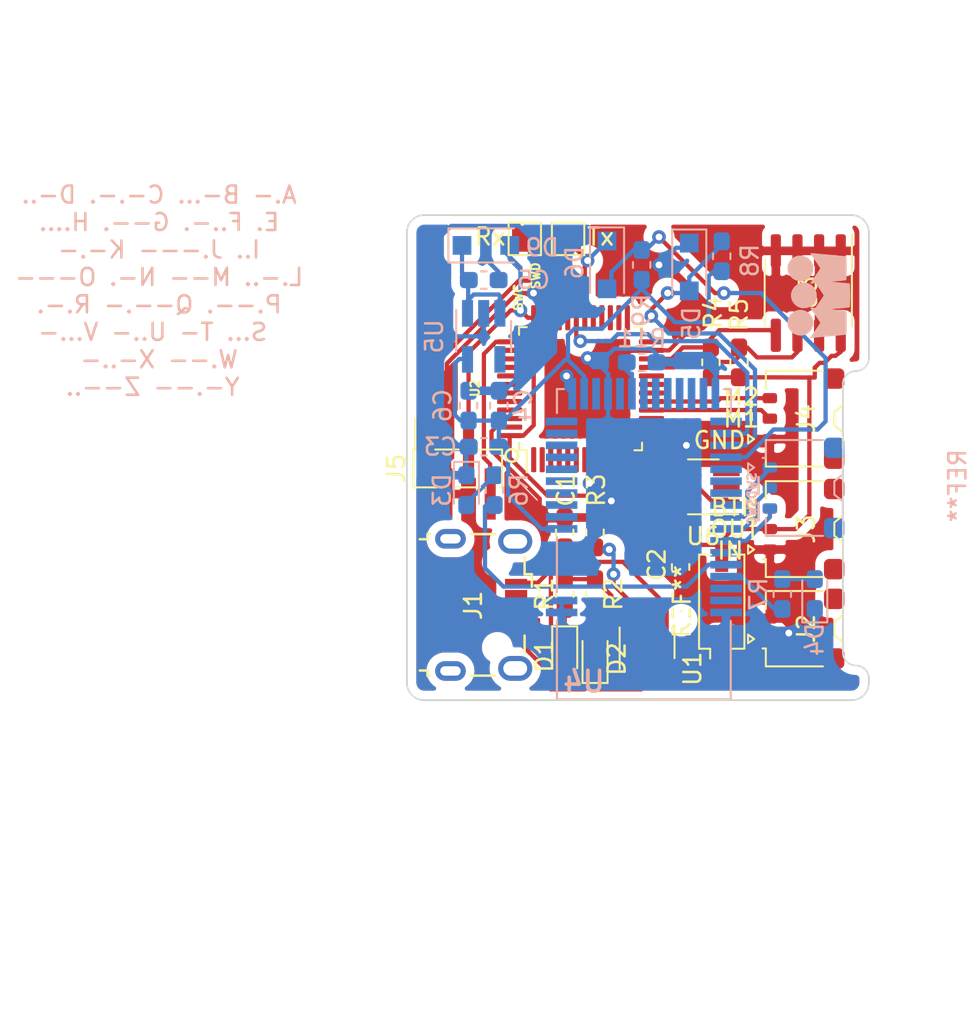
<source format=kicad_pcb>
(kicad_pcb (version 20171130) (host pcbnew "(5.1.5)-3")
  (layers (0 F.Cu signal) (31 B.Cu signal) (34 B.Paste user hide) (35 F.Paste user hide) (36 B.SilkS user) (37 F.SilkS user) (38 B.Mask user hide) (39 F.Mask user hide) (44 Edge.Cuts user))
  (net 0 "")
  (net 1 /STAT)
  (net 2 GND)
  (net 3 /VBAT)
  (net 4 /VCC)
  (net 5 /PROG)
  (net 6 "Net-(U2-Pad1)")
  (net 7 "Net-(U2-Pad2)")
  (net 8 "Net-(U2-Pad3)")
  (net 9 "Net-(U2-Pad4)")
  (net 10 "Net-(U2-Pad5)")
  (net 11 "Net-(U2-Pad6)")
  (net 12 "Net-(U2-Pad7)")
  (net 13 "Net-(U2-Pad11)")
  (net 14 "Net-(U2-Pad12)")
  (net 15 "Net-(U2-Pad13)")
  (net 16 "Net-(U2-Pad14)")
  (net 17 "Net-(U2-Pad15)")
  (net 18 "Net-(U2-Pad18)")
  (net 19 "Net-(U2-Pad19)")
  (net 20 "Net-(U2-Pad20)")
  (net 21 /SCL)
  (net 22 /SDA)
  (net 23 "Net-(U2-Pad25)")
  (net 24 "Net-(U2-Pad26)")
  (net 25 "Net-(U2-Pad27)")
  (net 26 "Net-(U2-Pad28)")
  (net 27 "Net-(U2-Pad29)")
  (net 28 "Net-(U2-Pad32)")
  (net 29 "Net-(U2-Pad33)")
  (net 30 /SWDIO)
  (net 31 /SWCLK)
  (net 32 "Net-(U2-Pad38)")
  (net 33 "Net-(U2-Pad39)")
  (net 34 "Net-(U2-Pad40)")
  (net 35 "Net-(U2-Pad41)")
  (net 36 "Net-(U2-Pad42)")
  (net 37 "Net-(U2-Pad43)")
  (net 38 "Net-(U2-Pad44)")
  (net 39 "Net-(U2-Pad45)")
  (net 40 "Net-(U2-Pad46)")
  (net 41 "Net-(D2-Pad2)")
  (net 42 /RTS)
  (net 43 /Tx)
  (net 44 /Rx)
  (net 45 /Motor1)
  (net 46 /Motor2)
  (net 47 /MainSwitch)
  (net 48 3.3V)
  (net 49 "Net-(C3-Pad1)")
  (net 50 /CTS_3V)
  (net 51 /MODE_3V)
  (net 52 /DFU_3V)
  (net 53 "Net-(ID1-Pad1)")
  (net 54 "Net-(ID2-Pad2)")
  (net 55 "Net-(IJ1-Pad6)")
  (net 56 "Net-(IJ1-Pad4)")
  (net 57 /MODE_LED)
  (net 58 /CONNECTED_LED)
  (net 59 /SWDIO/RST_3V)
  (net 60 /FCTRYRST_3V)
  (net 61 DEC2)
  (net 62 "Net-(U1-Pad40)")
  (net 63 "Net-(U1-Pad37)")
  (net 64 "Net-(U1-Pad33)")
  (net 65 "Net-(U1-Pad32)")
  (net 66 "Net-(U1-Pad31)")
  (net 67 "Net-(U1-Pad30)")
  (net 68 "Net-(U1-Pad23)")
  (net 69 "Net-(U1-Pad22)")
  (net 70 "Net-(U1-Pad21)")
  (net 71 "Net-(U1-Pad20)")
  (net 72 "Net-(U1-Pad19)")
  (net 73 "Net-(U1-Pad17)")
  (net 74 DCC)
  (net 75 "Net-(U1-Pad12)")
  (net 76 "Net-(U1-Pad11)")
  (net 77 "Net-(U1-Pad10)")
  (net 78 "Net-(U1-Pad9)")
  (net 79 "Net-(U1-Pad8)")
  (net 80 "Net-(U1-Pad7)")
  (net 81 "Net-(U1-Pad6)")
  (net 82 "Net-(U1-Pad5)")
  (net 83 "Net-(U1-Pad4)")
  (net 84 /SWCLK3v)
  (net 85 "Net-(D1-Pad2)")
  (net 86 /TXD_3V)
  (module Package_TO_SOT_SMD:SOT-23-6_Handsoldering (layer F.Cu) (at 103.0605 129.6035 180)
    (fp_text reference U6 (at 0 -2.9) (layer F.SilkS))
    (fp_text value SOT-23-6_Handsoldering)
    (pad 5 smd rect (at 1.35 0 180) (size 1.56 0.65) (layers F.Cu F.Paste F.Mask) (net 3 /VBAT))
    (pad 6 smd rect (at 1.35 -0.95 180) (size 1.56 0.65) (layers F.Cu F.Paste F.Mask))
    (pad 4 smd rect (at 1.35 0.95 180) (size 1.56 0.65) (layers F.Cu F.Paste F.Mask))
    (pad 3 smd rect (at -1.35 0.95 180) (size 1.56 0.65) (layers F.Cu F.Paste F.Mask))
    (pad 2 smd rect (at -1.35 0 180) (size 1.56 0.65) (layers F.Cu F.Paste F.Mask) (net 2 GND))
    (pad 1 smd rect (at -1.35 -0.95 180) (size 1.56 0.65) (layers F.Cu F.Paste F.Mask) (net 47 /MainSwitch))
  )
  (module Connector_PinHeader_1.27mm:PinHeader_1x04_P1.27mm_Vertical_SMD_Pin1Right (layer F.Cu) (at 88.646 128.524 90)
    (fp_text reference J5 (at 0 -3.6 90) (layer F.SilkS))
    (fp_text value PinHeader_1x04_P1.27mm_Vertical_SMD_Pin1Right)
    (pad 3 smd rect (at 1.5 0.635 90) (size 3 0.65) (layers F.Cu F.Paste F.Mask) (net 3 /VBAT))
    (pad 1 smd rect (at 1.5 -1.905 90) (size 3 0.65) (layers F.Cu F.Paste F.Mask) (net 30 /SWDIO))
    (pad 4 smd rect (at -1.5 1.905 90) (size 3 0.65) (layers F.Cu F.Paste F.Mask) (net 31 /SWCLK))
    (pad 2 smd rect (at -1.5 -0.635 90) (size 3 0.65) (layers F.Cu F.Paste F.Mask) (net 2 GND))
  )
  (module Button_Switch_SMD:SW_DIP_SPSTx01_Slide_Copal_CHS-01A_W5.08mm_P1.27mm_JPin (layer F.Cu) (at 104.14 136.3345 90)
    (fp_text reference REF** (at 0 -2.33 90) (layer F.SilkS))
    (fp_text value SW_DIP_SPSTx01_Slide_Copal_CHS-01A_W5.08mm_P1.27mm_JPin)
    (pad 2 smd rect (at 2.54 0 90) (size 1.6 0.76) (layers F.Cu F.Paste F.Mask) (net 3 /VBAT))
    (pad 1 smd rect (at -2.54 0 90) (size 1.6 0.76) (layers F.Cu F.Paste F.Mask) (net 3 /VBAT))
  )
  (module Resistor_SMD:R_0603_1608Metric_Pad1.05x0.95mm_HandSolder (layer B.Cu) (at 99.441 122.301)
    (fp_text reference R11 (at 0 -1.397) (layer B.SilkS) (effects (justify mirror)))
    (fp_text value 100K)
    (pad 1 smd roundrect (at -0.875 0) (size 1.05 0.95) (layers B.Cu B.Paste B.Mask) (net 51 /MODE_3V))
    (pad 2 smd roundrect (at 0.875 0) (size 1.05 0.95) (layers B.Cu B.Paste B.Mask) (net 2 GND))
  )
  (module TestPoint:TestPoint_Pad_1.5x1.5mm (layer F.Cu) (at 92.583 115.062)
    (fp_text reference Rx (at -2.032 -0.127) (layer F.SilkS))
    (fp_text value TestPoint_Pad_1.5x1.5mm)
    (pad 1 smd rect (at 0 0) (size 1.5 1.5) (layers F.Cu F.Mask) (net 44 /Rx))
  )
  (module TestPoint:TestPoint_Pad_1.5x1.5mm (layer F.Cu) (at 95.123 115.062)
    (fp_text reference Tx (at 1.905 -0.127) (layer F.SilkS))
    (fp_text value TestPoint_Pad_1.5x1.5mm)
    (pad 1 smd rect (at 0 0) (size 1.5 1.5) (layers F.Cu F.Mask) (net 43 /Tx))
  )
  (module Connector_JST:JST_ACH_BM03B-ACHSS-GAN-ETF_1x03-1MP_P1.20mm_Vertical (layer B.Cu) (at 108.839 129.667 270)
    (fp_text reference REF** (at -0.127 -9.144 90) (layer B.SilkS) (effects (justify mirror)))
    (fp_text value JST_ACH_BM03B-ACHSS-GAN-ETF_1x03-1MP_P1.20mm_Vertical)
    (pad MP smd roundrect (at 2.35 -1.9 270) (size 1.2 1.2) (layers B.Cu B.Paste B.Mask))
    (pad MP smd roundrect (at -2.35 -1.9 270) (size 1.2 1.2) (layers B.Cu B.Paste B.Mask))
    (pad 3 smd roundrect (at 1.2 1.875 270) (size 0.6 0.85) (layers B.Cu B.Paste B.Mask) (net 84 /SWCLK3v))
    (pad 2 smd roundrect (at 0 1.875 270) (size 0.6 0.85) (layers B.Cu B.Paste B.Mask) (net 59 /SWDIO/RST_3V))
    (pad 1 smd roundrect (at -1.2 1.875 270) (size 0.6 0.85) (layers B.Cu B.Paste B.Mask) (net 60 /FCTRYRST_3V))
  )
  (module Connector_JST:JST_ACH_BM03B-ACHSS-GAN-ETF_1x03-1MP_P1.20mm_Vertical (layer F.Cu) (at 108.839 125.603 90)
    (fp_text reference J4 (at 0 0.254 90) (layer F.SilkS))
    (fp_text value JST_ACH_BM03B-ACHSS-GAN-ETF_1x03-1MP_P1.20mm_Vertical)
    (pad 1 smd roundrect (at -1.2 -1.875 90) (size 0.6 0.85) (layers F.Cu F.Paste F.Mask) (net 2 GND))
    (pad 2 smd roundrect (at 0 -1.875 90) (size 0.6 0.85) (layers F.Cu F.Paste F.Mask) (net 45 /Motor1))
    (pad 3 smd roundrect (at 1.2 -1.875 90) (size 0.6 0.85) (layers F.Cu F.Paste F.Mask) (net 46 /Motor2))
    (pad MP smd roundrect (at -2.35 1.9 90) (size 1.2 1.2) (layers F.Cu F.Paste F.Mask))
    (pad MP smd roundrect (at 2.35 1.9 90) (size 1.2 1.2) (layers F.Cu F.Paste F.Mask))
  )
  (module Connector_JST:JST_ACH_BM03B-ACHSS-GAN-ETF_1x03-1MP_P1.20mm_Vertical (layer F.Cu) (at 108.839 132.08 90)
    (fp_text reference J3 (at 0 0.254 90) (layer F.SilkS))
    (fp_text value JST_ACH_BM03B-ACHSS-GAN-ETF_1x03-1MP_P1.20mm_Vertical)
    (pad MP smd roundrect (at 2.35 1.9 90) (size 1.2 1.2) (layers F.Cu F.Paste F.Mask))
    (pad MP smd roundrect (at -2.35 1.9 90) (size 1.2 1.2) (layers F.Cu F.Paste F.Mask))
    (pad 3 smd roundrect (at 1.2 -1.875 90) (size 0.6 0.85) (layers F.Cu F.Paste F.Mask) (net 47 /MainSwitch))
    (pad 2 smd roundrect (at 0 -1.875 90) (size 0.6 0.85) (layers F.Cu F.Paste F.Mask) (net 3 /VBAT))
    (pad 1 smd roundrect (at -1.2 -1.875 90) (size 0.6 0.85) (layers F.Cu F.Paste F.Mask) (net 2 GND))
  )
  (module Package_TO_SOT_SMD:SOT-23-5_HandSoldering (layer B.Cu) (at 90.17 120.777 270)
    (fp_text reference U5 (at 0 2.9 270) (layer B.SilkS) (effects (justify mirror)))
    (fp_text value MIC5225-3.3)
    (pad 5 smd rect (at 1.35 0.95 270) (size 1.56 0.65) (layers B.Cu B.Paste B.Mask) (net 48 3.3V))
    (pad 4 smd rect (at 1.35 -0.95 270) (size 1.56 0.65) (layers B.Cu B.Paste B.Mask) (net 9 "Net-(U2-Pad4)"))
    (pad 3 smd rect (at -1.35 -0.95 270) (size 1.56 0.65) (layers B.Cu B.Paste B.Mask) (net 49 "Net-(C3-Pad1)"))
    (pad 2 smd rect (at -1.35 0 270) (size 1.56 0.65) (layers B.Cu B.Paste B.Mask) (net 2 GND))
    (pad 1 smd rect (at -1.35 0.95 270) (size 1.56 0.65) (layers B.Cu B.Paste B.Mask) (net 49 "Net-(C3-Pad1)"))
  )
  (module Diode_SMD:D_SOD-123F (layer B.Cu) (at 97.409 116.586 270)
    (fp_text reference D6 (at -0.127 1.905 90) (layer B.SilkS) (effects (justify mirror)))
    (fp_text value MBR120)
    (pad 1 smd rect (at -1.4 0 270) (size 1.1 1.1) (layers B.Cu B.Paste B.Mask) (net 43 /Tx))
    (pad 2 smd rect (at 1.4 0 270) (size 1.1 1.1) (layers B.Cu B.Paste B.Mask) (net 86 /TXD_3V))
  )
  (module Diode_SMD:D_SOD-123F (layer B.Cu) (at 102.235 116.71 270)
    (fp_text reference D5 (at 3.305 -0.127 90) (layer B.SilkS) (effects (justify mirror)))
    (fp_text value MBR120)
    (pad 1 smd rect (at -1.4 0 270) (size 1.1 1.1) (layers B.Cu B.Paste B.Mask) (net 2 GND))
    (pad 2 smd rect (at 1.4 0 270) (size 1.1 1.1) (layers B.Cu B.Paste B.Mask) (net 50 /CTS_3V))
  )
  (module Diode_SMD:D_SOD-123F (layer B.Cu) (at 90.297 115.443)
    (fp_text reference D9 (at 3.302 0.127) (layer B.SilkS) (effects (justify mirror)))
    (fp_text value MBR120)
    (pad 1 smd rect (at -1.4 0) (size 1.1 1.1) (layers B.Cu B.Paste B.Mask) (net 49 "Net-(C3-Pad1)"))
    (pad 2 smd rect (at 1.4 0) (size 1.1 1.1) (layers B.Cu B.Paste B.Mask) (net 3 /VBAT))
  )
  (module Connector_JST:JST_ACH_BM02B-ACHSS-GAN-ETF_1x02-1MP_P1.20mm_Vertical (layer F.Cu) (at 108.839 137.922 90)
    (fp_text reference J2 (at 0 0.254 90) (layer F.SilkS))
    (fp_text value "Conn_01x02_Male LiPo Battery")
    (pad MP smd roundrect (at 1.75 1.9 90) (size 1.2 1.2) (layers F.Cu F.Paste F.Mask))
    (pad MP smd roundrect (at -1.75 1.9 90) (size 1.2 1.2) (layers F.Cu F.Paste F.Mask))
    (pad 2 smd roundrect (at 0.6 -1.875 90) (size 0.6 0.85) (layers F.Cu F.Paste F.Mask) (net 2 GND))
    (pad 1 smd roundrect (at -0.6 -1.875 90) (size 0.6 0.85) (layers F.Cu F.Paste F.Mask) (net 3 /VBAT))
  )
  (module Resistor_SMD:R_0603_1608Metric_Pad1.05x0.95mm_HandSolder (layer B.Cu) (at 99.441 116.586 270)
    (fp_text reference R9 (at 2.667 0 90) (layer B.SilkS) (effects (justify mirror)))
    (fp_text value 100K)
    (pad 2 smd roundrect (at 0.875 0 270) (size 1.05 0.95) (layers B.Cu B.Paste B.Mask) (net 48 3.3V))
    (pad 1 smd roundrect (at -0.875 0 270) (size 1.05 0.95) (layers B.Cu B.Paste B.Mask) (net 86 /TXD_3V))
  )
  (module Resistor_SMD:R_0603_1608Metric_Pad1.05x0.95mm_HandSolder (layer B.Cu) (at 104.14 116.078 270)
    (fp_text reference R8 (at 0.254 -1.651 90) (layer B.SilkS) (effects (justify mirror)))
    (fp_text value 100K)
    (pad 1 smd roundrect (at -0.875 0 270) (size 1.05 0.95) (layers B.Cu B.Paste B.Mask) (net 50 /CTS_3V))
    (pad 2 smd roundrect (at 0.875 0 270) (size 1.05 0.95) (layers B.Cu B.Paste B.Mask) (net 48 3.3V))
  )
  (module Resistor_SMD:R_0603_1608Metric_Pad1.05x0.95mm_HandSolder (layer B.Cu) (at 107.696 135.89 90)
    (fp_text reference R7 (at 0 -1.397 90) (layer B.SilkS) (effects (justify mirror)))
    (fp_text value 1K)
    (pad 2 smd roundrect (at 0.875 0 90) (size 1.05 0.95) (layers B.Cu B.Paste B.Mask) (net 41 "Net-(D2-Pad2)"))
    (pad 1 smd roundrect (at -0.875 0 90) (size 1.05 0.95) (layers B.Cu B.Paste B.Mask) (net 58 /CONNECTED_LED))
  )
  (module Resistor_SMD:R_0603_1608Metric_Pad1.05x0.95mm_HandSolder (layer B.Cu) (at 90.805 129.794 90)
    (fp_text reference R6 (at 0 1.43 90) (layer B.SilkS) (effects (justify mirror)))
    (fp_text value 1K)
    (pad 1 smd roundrect (at -0.875 0 90) (size 1.05 0.95) (layers B.Cu B.Paste B.Mask) (net 57 /MODE_LED))
    (pad 2 smd roundrect (at 0.875 0 90) (size 1.05 0.95) (layers B.Cu B.Paste B.Mask) (net 85 "Net-(D1-Pad2)"))
  )
  (module Capacitor_SMD:C_0603_1608Metric_Pad1.05x0.95mm_HandSolder (layer B.Cu) (at 90.17 127.254 180)
    (fp_text reference C3 (at 2.54 0) (layer B.SilkS) (effects (justify mirror)))
    (fp_text value 1uF)
    (pad 2 smd roundrect (at 0.875 0 180) (size 1.05 0.95) (layers B.Cu B.Paste B.Mask) (net 2 GND))
    (pad 1 smd roundrect (at -0.875 0 180) (size 1.05 0.95) (layers B.Cu B.Paste B.Mask) (net 48 3.3V))
  )
  (module Capacitor_SMD:C_0603_1608Metric_Pad1.05x0.95mm_HandSolder (layer B.Cu) (at 89.281 124.841 90)
    (fp_text reference C6 (at 0 -1.524 90) (layer B.SilkS) (effects (justify mirror)))
    (fp_text value 10uF)
    (pad 2 smd roundrect (at 0.875 0 90) (size 1.05 0.95) (layers B.Cu B.Paste B.Mask) (net 2 GND))
    (pad 1 smd roundrect (at -0.875 0 90) (size 1.05 0.95) (layers B.Cu B.Paste B.Mask) (net 48 3.3V))
  )
  (module Capacitor_SMD:C_0603_1608Metric_Pad1.05x0.95mm_HandSolder (layer B.Cu) (at 91.059 124.841 90)
    (fp_text reference C4 (at 0 1.43 90) (layer B.SilkS) (effects (justify mirror)))
    (fp_text value 1uF)
    (pad 2 smd roundrect (at 0.875 0 90) (size 1.05 0.95) (layers B.Cu B.Paste B.Mask) (net 2 GND))
    (pad 1 smd roundrect (at -0.875 0 90) (size 1.05 0.95) (layers B.Cu B.Paste B.Mask) (net 48 3.3V))
  )
  (module Capacitor_SMD:C_0603_1608Metric_Pad1.05x0.95mm_HandSolder (layer B.Cu) (at 90.17 117.475)
    (fp_text reference C5 (at 2.921 0) (layer B.SilkS) (effects (justify mirror)))
    (fp_text value 10uF)
    (pad 2 smd roundrect (at 0.875 0) (size 1.05 0.95) (layers B.Cu B.Paste B.Mask) (net 2 GND))
    (pad 1 smd roundrect (at -0.875 0) (size 1.05 0.95) (layers B.Cu B.Paste B.Mask) (net 49 "Net-(C3-Pad1)"))
  )
  (module Diode_SMD:D_0603_1608Metric_Pad1.05x0.95mm_HandSolder (layer B.Cu) (at 109.601 135.89 90)
    (fp_text reference D4 (at -2.667 0 90) (layer B.SilkS) (effects (justify mirror)))
    (fp_text value GREEN)
    (pad 2 smd roundrect (at 0.875 0 90) (size 1.05 0.95) (layers B.Cu B.Paste B.Mask) (net 41 "Net-(D2-Pad2)"))
    (pad 1 smd roundrect (at -0.875 0 90) (size 1.05 0.95) (layers B.Cu B.Paste B.Mask) (net 2 GND))
  )
  (module Diode_SMD:D_0603_1608Metric_Pad1.05x0.95mm_HandSolder (layer B.Cu) (at 89.154 129.794 270)
    (fp_text reference D3 (at 0 1.43 90) (layer B.SilkS) (effects (justify mirror)))
    (fp_text value RED)
    (pad 2 smd roundrect (at 0.875 0 270) (size 1.05 0.95) (layers B.Cu B.Paste B.Mask) (net 85 "Net-(D1-Pad2)"))
    (pad 1 smd roundrect (at -0.875 0 270) (size 1.05 0.95) (layers B.Cu B.Paste B.Mask) (net 2 GND))
  )
  (module BLE_MODULE_RAYTAC_MDBT40 (layer B.Cu) (at 99.568 132.969)
    (fp_text reference U4 (at -4.866 8.763) (layer B.SilkS) (effects (font (size 1.2065 1.2065) (thickness 0.21717)) (justify right bottom mirror)))
    (fp_text value NRF51822_MODULE_MDBT40)
    (pad "" np_thru_hole circle (at 2.2 4.45) (size 0.9 0.9) (drill 0.9) (layers *.Cu *.Mask))
    (pad 42 smd rect (at 4.825 4) (size 1.85 0.45) (layers B.Cu B.Paste B.Mask) (net 2 GND))
    (pad 41 smd rect (at 4.825 3.3) (size 1.85 0.45) (layers B.Cu B.Paste B.Mask) (net 61 DEC2))
    (pad 40 smd rect (at 4.825 2.6) (size 1.85 0.45) (layers B.Cu B.Paste B.Mask) (net 62 "Net-(U1-Pad40)"))
    (pad 39 smd rect (at 4.825 1.9) (size 1.85 0.45) (layers B.Cu B.Paste B.Mask) (net 58 /CONNECTED_LED))
    (pad 38 smd rect (at 4.825 1.2) (size 1.85 0.45) (layers B.Cu B.Paste B.Mask) (net 57 /MODE_LED))
    (pad 37 smd rect (at 4.825 0.5) (size 1.85 0.45) (layers B.Cu B.Paste B.Mask) (net 63 "Net-(U1-Pad37)"))
    (pad 36 smd rect (at 4.825 -0.2) (size 1.85 0.45) (layers B.Cu B.Paste B.Mask) (net 84 /SWCLK3v))
    (pad 35 smd rect (at 4.825 -0.9) (size 1.85 0.45) (layers B.Cu B.Paste B.Mask) (net 59 /SWDIO/RST_3V))
    (pad 34 smd rect (at 4.825 -1.6) (size 1.85 0.45) (layers B.Cu B.Paste B.Mask) (net 60 /FCTRYRST_3V))
    (pad 33 smd rect (at 4.825 -2.3) (size 1.85 0.45) (layers B.Cu B.Paste B.Mask) (net 64 "Net-(U1-Pad33)"))
    (pad 32 smd rect (at 4.825 -3) (size 1.85 0.45) (layers B.Cu B.Paste B.Mask) (net 65 "Net-(U1-Pad32)"))
    (pad 31 smd rect (at 4.825 -3.7) (size 1.85 0.45) (layers B.Cu B.Paste B.Mask) (net 66 "Net-(U1-Pad31)"))
    (pad 30 smd rect (at 4.825 -4.4) (size 1.85 0.45) (layers B.Cu B.Paste B.Mask) (net 67 "Net-(U1-Pad30)"))
    (pad 29 smd rect (at 4.825 -5.1) (size 1.85 0.45) (layers B.Cu B.Paste B.Mask) (net 86 /TXD_3V))
    (pad 28 smd rect (at 4.825 -5.8) (size 1.85 0.45) (layers B.Cu B.Paste B.Mask) (net 50 /CTS_3V))
    (pad 27 smd rect (at 4.825 -6.5) (size 1.85 0.45) (layers B.Cu B.Paste B.Mask) (net 44 /Rx))
    (pad 26 smd rect (at 4.825 -7.2) (size 1.85 0.45) (layers B.Cu B.Paste B.Mask) (net 42 /RTS))
    (pad 25 smd rect (at 4.2 -8.825 270) (size 1.85 0.45) (layers B.Cu B.Paste B.Mask) (net 2 GND))
    (pad 24 smd rect (at 3.5 -8.825 270) (size 1.85 0.45) (layers B.Cu B.Paste B.Mask) (net 52 /DFU_3V))
    (pad 23 smd rect (at 2.8 -8.825 270) (size 1.85 0.45) (layers B.Cu B.Paste B.Mask) (net 68 "Net-(U1-Pad23)"))
    (pad 22 smd rect (at 2.1 -8.825 270) (size 1.85 0.45) (layers B.Cu B.Paste B.Mask) (net 69 "Net-(U1-Pad22)"))
    (pad 21 smd rect (at 1.4 -8.825 270) (size 1.85 0.45) (layers B.Cu B.Paste B.Mask) (net 70 "Net-(U1-Pad21)"))
    (pad 20 smd rect (at 0.7 -8.825 270) (size 1.85 0.45) (layers B.Cu B.Paste B.Mask) (net 71 "Net-(U1-Pad20)"))
    (pad 19 smd rect (at 0 -8.825 270) (size 1.85 0.45) (layers B.Cu B.Paste B.Mask) (net 72 "Net-(U1-Pad19)"))
    (pad 18 smd rect (at -0.7 -8.825 270) (size 1.85 0.45) (layers B.Cu B.Paste B.Mask) (net 51 /MODE_3V))
    (pad 17 smd rect (at -1.4 -8.825 270) (size 1.85 0.45) (layers B.Cu B.Paste B.Mask) (net 73 "Net-(U1-Pad17)"))
    (pad 16 smd rect (at -2.1 -8.825 270) (size 1.85 0.45) (layers B.Cu B.Paste B.Mask) (net 2 GND))
    (pad 15 smd rect (at -2.8 -8.825 270) (size 1.85 0.45) (layers B.Cu B.Paste B.Mask) (net 74 DCC))
    (pad 14 smd rect (at -3.5 -8.825 270) (size 1.85 0.45) (layers B.Cu B.Paste B.Mask) (net 48 3.3V))
    (pad 13 smd rect (at -4.2 -8.825 270) (size 1.85 0.45) (layers B.Cu B.Paste B.Mask) (net 2 GND))
    (pad 12 smd rect (at -4.825 -7.2) (size 1.85 0.45) (layers B.Cu B.Paste B.Mask) (net 75 "Net-(U1-Pad12)"))
    (pad 11 smd rect (at -4.825 -6.5) (size 1.85 0.45) (layers B.Cu B.Paste B.Mask) (net 76 "Net-(U1-Pad11)"))
    (pad 10 smd rect (at -4.825 -5.8) (size 1.85 0.45) (layers B.Cu B.Paste B.Mask) (net 77 "Net-(U1-Pad10)"))
    (pad 9 smd rect (at -4.825 -5.1) (size 1.85 0.45) (layers B.Cu B.Paste B.Mask) (net 78 "Net-(U1-Pad9)"))
    (pad 8 smd rect (at -4.825 -4.4) (size 1.85 0.45) (layers B.Cu B.Paste B.Mask) (net 79 "Net-(U1-Pad8)"))
    (pad 7 smd rect (at -4.825 -3.7) (size 1.85 0.45) (layers B.Cu B.Paste B.Mask) (net 80 "Net-(U1-Pad7)"))
    (pad 6 smd rect (at -4.825 -3) (size 1.85 0.45) (layers B.Cu B.Paste B.Mask) (net 81 "Net-(U1-Pad6)"))
    (pad 5 smd rect (at -4.825 -2.3) (size 1.85 0.45) (layers B.Cu B.Paste B.Mask) (net 82 "Net-(U1-Pad5)"))
    (pad 4 smd rect (at -4.825 -1.6) (size 1.85 0.45) (layers B.Cu B.Paste B.Mask) (net 83 "Net-(U1-Pad4)"))
    (pad 3 smd rect (at -4.825 -0.9) (size 1.85 0.45) (layers B.Cu B.Paste B.Mask) (net 48 3.3V))
    (pad 2 smd rect (at -4.825 3.3) (size 1.85 0.45) (layers B.Cu B.Paste B.Mask) (net 2 GND))
    (pad 1 smd rect (at -4.825 4) (size 1.85 0.45) (layers B.Cu B.Paste B.Mask) (net 2 GND))
  )
  (module Connector_USB:USB_Micro-B_Wuerth_629105150521 (layer F.Cu) (at 90.17 136.525 270)
    (fp_text reference J1 (at 0.03048 0.61976 90) (layer F.SilkS))
    (fp_text value USB_B_Micro hide)
    (pad "" np_thru_hole oval (at 2.5 -0.8 270) (size 0.8 0.8) (drill 0.8) (layers *.Cu *.Mask))
    (pad "" np_thru_hole oval (at -2.5 -0.8 270) (size 0.8 0.8) (drill 0.8) (layers *.Cu *.Mask))
    (pad 6 thru_hole oval (at 3.875 1.95 270) (size 1.15 1.8) (drill oval 0.55 1.2) (layers *.Cu *.Mask) (net 55 "Net-(IJ1-Pad6)"))
    (pad 6 thru_hole oval (at -3.875 1.95 270) (size 1.15 1.8) (drill oval 0.55 1.2) (layers *.Cu *.Mask) (net 55 "Net-(IJ1-Pad6)"))
    (pad 6 thru_hole oval (at 3.725 -1.85 270) (size 1.45 2) (drill oval 0.85 1.4) (layers *.Cu *.Mask) (net 55 "Net-(IJ1-Pad6)"))
    (pad 6 thru_hole oval (at -3.725 -1.85 270) (size 1.45 2) (drill oval 0.85 1.4) (layers *.Cu *.Mask) (net 55 "Net-(IJ1-Pad6)"))
    (pad 5 smd rect (at 1.3 -1.9 270) (size 0.45 1.3) (layers F.Cu F.Paste F.Mask) (net 2 GND))
    (pad 4 smd rect (at 0.65 -1.9 270) (size 0.45 1.3) (layers F.Cu F.Paste F.Mask) (net 56 "Net-(IJ1-Pad4)"))
    (pad 3 smd rect (at 0 -1.9 270) (size 0.45 1.3) (layers F.Cu F.Paste F.Mask))
    (pad 2 smd rect (at -0.65 -1.9 270) (size 0.45 1.3) (layers F.Cu F.Paste F.Mask))
    (pad 1 smd rect (at -1.3 -1.9 270) (size 0.45 1.3) (layers F.Cu F.Paste F.Mask) (net 4 /VCC))
  )
  (module Capacitor_SMD:C_0603_1608Metric_Pad1.05x0.95mm_HandSolder (layer F.Cu) (at 101.727 134.3025 270)
    (fp_text reference C2 (at -0.127 1.397 90) (layer F.SilkS))
    (fp_text value "C 10uf" hide)
    (pad 1 smd roundrect (at -0.875 0 270) (size 1.05 0.95) (layers F.Cu F.Paste F.Mask) (net 3 /VBAT))
    (pad 2 smd roundrect (at 0.875 0 270) (size 1.05 0.95) (layers F.Cu F.Paste F.Mask) (net 2 GND))
  )
  (module Resistor_SMD:R_0603_1608Metric_Pad1.05x0.95mm_HandSolder (layer F.Cu) (at 96.70488 132.27682 90)
    (fp_text reference R3 (at 2.48282 0.06912 90) (layer F.SilkS))
    (fp_text value "R 10K" hide)
    (pad 2 smd roundrect (at 0.875 0 90) (size 1.05 0.95) (layers F.Cu F.Paste F.Mask) (net 2 GND))
    (pad 1 smd roundrect (at -0.875 0 90) (size 1.05 0.95) (layers F.Cu F.Paste F.Mask) (net 5 /PROG))
  )
  (module Symbol:ThreeBrotherLogo5.2x4.0-v1.0_BackSilkScreen (layer F.Cu) (at 109.855 118.364 90)
    (fp_text reference G*** hide)
    (fp_text value LOGO hide)
  )
  (module Capacitor_SMD:C_0603_1608Metric_Pad1.05x0.95mm_HandSolder (layer F.Cu) (at 94.92488 132.27682 90)
    (fp_text reference C1 (at 2.48282 0.07112 90) (layer F.SilkS))
    (fp_text value "C 10uf" hide)
    (pad 2 smd roundrect (at 0.875 0 90) (size 1.05 0.95) (layers F.Cu F.Paste F.Mask) (net 2 GND))
    (pad 1 smd roundrect (at -0.875 0 90) (size 1.05 0.95) (layers F.Cu F.Paste F.Mask) (net 4 /VCC))
  )
  (module LED_SMD:LED_0603_1608Metric_Pad1.05x0.95mm_HandSolder (layer F.Cu) (at 94.92488 139.446 270)
    (fp_text reference D1 (at 0.07112 1.19888 90) (layer F.SilkS))
    (fp_text value "LED RED" hide)
    (pad 1 smd roundrect (at -0.875 0 270) (size 1.05 0.95) (layers F.Cu F.Paste F.Mask) (net 53 "Net-(ID1-Pad1)"))
    (pad 2 smd roundrect (at 0.875 0 270) (size 1.05 0.95) (layers F.Cu F.Paste F.Mask) (net 4 /VCC))
  )
  (module LED_SMD:LED_0603_1608Metric_Pad1.05x0.95mm_HandSolder (layer F.Cu) (at 96.70488 139.446 90)
    (fp_text reference D2 (at -0.254 1.27562 90) (layer F.SilkS))
    (fp_text value "LED GREEN" hide)
    (pad 2 smd roundrect (at 0.875 0 90) (size 1.05 0.95) (layers F.Cu F.Paste F.Mask) (net 54 "Net-(ID2-Pad2)"))
    (pad 1 smd roundrect (at -0.875 0 90) (size 1.05 0.95) (layers F.Cu F.Paste F.Mask) (net 2 GND))
  )
  (module Resistor_SMD:R_0603_1608Metric_Pad1.05x0.95mm_HandSolder (layer F.Cu) (at 103.505 122.301 90)
    (fp_text reference R5 (at 2.794 1.651 90) (layer F.SilkS))
    (fp_text value R hide)
    (pad 1 smd roundrect (at -0.875 0 90) (size 1.05 0.95) (layers F.Cu F.Paste F.Mask) (net 3 /VBAT))
    (pad 2 smd roundrect (at 0.875 0 90) (size 1.05 0.95) (layers F.Cu F.Paste F.Mask) (net 22 /SDA))
  )
  (module Resistor_SMD:R_0603_1608Metric_Pad1.05x0.95mm_HandSolder (layer F.Cu) (at 105.156 122.301 90)
    (fp_text reference R4 (at 2.921 -1.524 90) (layer F.SilkS))
    (fp_text value R hide)
    (pad 1 smd roundrect (at -0.875 0 90) (size 1.05 0.95) (layers F.Cu F.Paste F.Mask) (net 3 /VBAT))
    (pad 2 smd roundrect (at 0.875 0 90) (size 1.05 0.95) (layers F.Cu F.Paste F.Mask) (net 21 /SCL))
  )
  (module Resistor_SMD:R_0603_1608Metric_Pad1.05x0.95mm_HandSolder (layer F.Cu) (at 96.70488 135.89 90)
    (fp_text reference R2 (at 0 1.08512 90) (layer F.SilkS))
    (fp_text value R hide)
    (pad 1 smd roundrect (at -0.875 0 90) (size 1.05 0.95) (layers F.Cu F.Paste F.Mask) (net 54 "Net-(ID2-Pad2)"))
    (pad 2 smd roundrect (at 0.875 0 90) (size 1.05 0.95) (layers F.Cu F.Paste F.Mask) (net 1 /STAT))
  )
  (module Resistor_SMD:R_0603_1608Metric_Pad1.05x0.95mm_HandSolder (layer F.Cu) (at 94.92488 135.89 90)
    (fp_text reference R1 (at 0 -1.19888 90) (layer F.SilkS))
    (fp_text value R hide)
    (pad 2 smd roundrect (at 0.875 0 90) (size 1.05 0.95) (layers F.Cu F.Paste F.Mask) (net 1 /STAT))
    (pad 1 smd roundrect (at -0.875 0 90) (size 1.05 0.95) (layers F.Cu F.Paste F.Mask) (net 53 "Net-(ID1-Pad1)"))
  )
  (module Package_SO:SOIC-8_3.9x4.9mm_P1.27mm (layer F.Cu) (at 109.22 118.237 270)
    (fp_text reference U3 (at -0.0254 0 90) (layer F.SilkS))
    (fp_text value CAT24C256 hide)
    (pad 8 smd roundrect (at 2.475 -1.905 270) (size 1.95 0.6) (layers F.Cu F.Paste F.Mask) (net 3 /VBAT))
    (pad 7 smd roundrect (at 2.475 -0.635 270) (size 1.95 0.6) (layers F.Cu F.Paste F.Mask) (net 2 GND))
    (pad 6 smd roundrect (at 2.475 0.635 270) (size 1.95 0.6) (layers F.Cu F.Paste F.Mask) (net 21 /SCL))
    (pad 5 smd roundrect (at 2.475 1.905 270) (size 1.95 0.6) (layers F.Cu F.Paste F.Mask) (net 22 /SDA))
    (pad 4 smd roundrect (at -2.475 1.905 270) (size 1.95 0.6) (layers F.Cu F.Paste F.Mask) (net 2 GND))
    (pad 3 smd roundrect (at -2.475 0.635 270) (size 1.95 0.6) (layers F.Cu F.Paste F.Mask) (net 2 GND))
    (pad 2 smd roundrect (at -2.475 -0.635 270) (size 1.95 0.6) (layers F.Cu F.Paste F.Mask) (net 2 GND))
    (pad 1 smd roundrect (at -2.475 -1.905 270) (size 1.95 0.6) (layers F.Cu F.Paste F.Mask) (net 2 GND))
  )
  (module Package_TO_SOT_SMD:SOT-23-5_HandSoldering (layer F.Cu) (at 99.7585 138.7475 90)
    (fp_text reference U1 (at -1.524 2.667 90) (layer F.SilkS))
    (fp_text value MCP73831-2-OT hide)
    (pad 5 smd rect (at 1.35 -0.95 90) (size 1.56 0.65) (layers F.Cu F.Paste F.Mask) (net 5 /PROG))
    (pad 4 smd rect (at 1.35 0.95 90) (size 1.56 0.65) (layers F.Cu F.Paste F.Mask) (net 4 /VCC))
    (pad 3 smd rect (at -1.35 0.95 90) (size 1.56 0.65) (layers F.Cu F.Paste F.Mask) (net 3 /VBAT))
    (pad 2 smd rect (at -1.35 0 90) (size 1.56 0.65) (layers F.Cu F.Paste F.Mask) (net 2 GND))
    (pad 1 smd rect (at -1.35 -0.95 90) (size 1.56 0.65) (layers F.Cu F.Paste F.Mask) (net 1 /STAT))
  )
  (module Package_QFP:LQFP-48_7x7mm_P0.5mm (layer F.Cu) (at 95.85452 123.84786 90)
    (fp_text reference U2 (at 0.02286 -6.19252 90) (layer F.SilkS) (effects (font (size 0.5 0.5) (thickness 0.125))))
    (fp_text value STM32F101CBTx hide)
    (pad 48 smd roundrect (at -2.75 -4.1625 90) (size 0.3 1.475) (layers F.Cu F.Paste F.Mask) (net 3 /VBAT))
    (pad 47 smd roundrect (at -2.25 -4.1625 90) (size 0.3 1.475) (layers F.Cu F.Paste F.Mask) (net 2 GND))
    (pad 46 smd roundrect (at -1.75 -4.1625 90) (size 0.3 1.475) (layers F.Cu F.Paste F.Mask) (net 40 "Net-(U2-Pad46)"))
    (pad 45 smd roundrect (at -1.25 -4.1625 90) (size 0.3 1.475) (layers F.Cu F.Paste F.Mask) (net 39 "Net-(U2-Pad45)"))
    (pad 44 smd roundrect (at -0.75 -4.1625 90) (size 0.3 1.475) (layers F.Cu F.Paste F.Mask) (net 38 "Net-(U2-Pad44)"))
    (pad 43 smd roundrect (at -0.25 -4.1625 90) (size 0.3 1.475) (layers F.Cu F.Paste F.Mask) (net 37 "Net-(U2-Pad43)"))
    (pad 42 smd roundrect (at 0.25 -4.1625 90) (size 0.3 1.475) (layers F.Cu F.Paste F.Mask) (net 36 "Net-(U2-Pad42)"))
    (pad 41 smd roundrect (at 0.75 -4.1625 90) (size 0.3 1.475) (layers F.Cu F.Paste F.Mask) (net 35 "Net-(U2-Pad41)"))
    (pad 40 smd roundrect (at 1.25 -4.1625 90) (size 0.3 1.475) (layers F.Cu F.Paste F.Mask) (net 34 "Net-(U2-Pad40)"))
    (pad 39 smd roundrect (at 1.75 -4.1625 90) (size 0.3 1.475) (layers F.Cu F.Paste F.Mask) (net 33 "Net-(U2-Pad39)"))
    (pad 38 smd roundrect (at 2.25 -4.1625 90) (size 0.3 1.475) (layers F.Cu F.Paste F.Mask) (net 32 "Net-(U2-Pad38)"))
    (pad 37 smd roundrect (at 2.75 -4.1625 90) (size 0.3 1.475) (layers F.Cu F.Paste F.Mask) (net 31 /SWCLK))
    (pad 36 smd roundrect (at 4.1625 -2.75 90) (size 1.475 0.3) (layers F.Cu F.Paste F.Mask) (net 3 /VBAT))
    (pad 35 smd roundrect (at 4.1625 -2.25 90) (size 1.475 0.3) (layers F.Cu F.Paste F.Mask) (net 2 GND))
    (pad 34 smd roundrect (at 4.1625 -1.75 90) (size 1.475 0.3) (layers F.Cu F.Paste F.Mask) (net 30 /SWDIO))
    (pad 33 smd roundrect (at 4.1625 -1.25 90) (size 1.475 0.3) (layers F.Cu F.Paste F.Mask) (net 29 "Net-(U2-Pad33)"))
    (pad 32 smd roundrect (at 4.1625 -0.75 90) (size 1.475 0.3) (layers F.Cu F.Paste F.Mask) (net 28 "Net-(U2-Pad32)"))
    (pad 31 smd roundrect (at 4.1625 -0.25 90) (size 1.475 0.3) (layers F.Cu F.Paste F.Mask) (net 44 /Rx))
    (pad 30 smd roundrect (at 4.1625 0.25 90) (size 1.475 0.3) (layers F.Cu F.Paste F.Mask) (net 43 /Tx))
    (pad 29 smd roundrect (at 4.1625 0.75 90) (size 1.475 0.3) (layers F.Cu F.Paste F.Mask) (net 27 "Net-(U2-Pad29)"))
    (pad 28 smd roundrect (at 4.1625 1.25 90) (size 1.475 0.3) (layers F.Cu F.Paste F.Mask) (net 26 "Net-(U2-Pad28)"))
    (pad 27 smd roundrect (at 4.1625 1.75 90) (size 1.475 0.3) (layers F.Cu F.Paste F.Mask) (net 25 "Net-(U2-Pad27)"))
    (pad 26 smd roundrect (at 4.1625 2.25 90) (size 1.475 0.3) (layers F.Cu F.Paste F.Mask) (net 24 "Net-(U2-Pad26)"))
    (pad 25 smd roundrect (at 4.1625 2.75 90) (size 1.475 0.3) (layers F.Cu F.Paste F.Mask) (net 23 "Net-(U2-Pad25)"))
    (pad 24 smd roundrect (at 2.75 4.1625 90) (size 0.3 1.475) (layers F.Cu F.Paste F.Mask) (net 3 /VBAT))
    (pad 23 smd roundrect (at 2.25 4.1625 90) (size 0.3 1.475) (layers F.Cu F.Paste F.Mask) (net 2 GND))
    (pad 22 smd roundrect (at 1.75 4.1625 90) (size 0.3 1.475) (layers F.Cu F.Paste F.Mask) (net 22 /SDA))
    (pad 21 smd roundrect (at 1.25 4.1625 90) (size 0.3 1.475) (layers F.Cu F.Paste F.Mask) (net 21 /SCL))
    (pad 20 smd roundrect (at 0.75 4.1625 90) (size 0.3 1.475) (layers F.Cu F.Paste F.Mask) (net 20 "Net-(U2-Pad20)"))
    (pad 19 smd roundrect (at 0.25 4.1625 90) (size 0.3 1.475) (layers F.Cu F.Paste F.Mask) (net 19 "Net-(U2-Pad19)"))
    (pad 18 smd roundrect (at -0.25 4.1625 90) (size 0.3 1.475) (layers F.Cu F.Paste F.Mask) (net 18 "Net-(U2-Pad18)"))
    (pad 17 smd roundrect (at -0.75 4.1625 90) (size 0.3 1.475) (layers F.Cu F.Paste F.Mask) (net 46 /Motor2))
    (pad 16 smd roundrect (at -1.25 4.1625 90) (size 0.3 1.475) (layers F.Cu F.Paste F.Mask) (net 45 /Motor1))
    (pad 15 smd roundrect (at -1.75 4.1625 90) (size 0.3 1.475) (layers F.Cu F.Paste F.Mask) (net 17 "Net-(U2-Pad15)"))
    (pad 14 smd roundrect (at -2.25 4.1625 90) (size 0.3 1.475) (layers F.Cu F.Paste F.Mask) (net 16 "Net-(U2-Pad14)"))
    (pad 13 smd roundrect (at -2.75 4.1625 90) (size 0.3 1.475) (layers F.Cu F.Paste F.Mask) (net 15 "Net-(U2-Pad13)"))
    (pad 12 smd roundrect (at -4.1625 2.75 90) (size 1.475 0.3) (layers F.Cu F.Paste F.Mask) (net 14 "Net-(U2-Pad12)"))
    (pad 11 smd roundrect (at -4.1625 2.25 90) (size 1.475 0.3) (layers F.Cu F.Paste F.Mask) (net 13 "Net-(U2-Pad11)"))
    (pad 10 smd roundrect (at -4.1625 1.75 90) (size 1.475 0.3) (layers F.Cu F.Paste F.Mask) (net 47 /MainSwitch))
    (pad 9 smd roundrect (at -4.1625 1.25 90) (size 1.475 0.3) (layers F.Cu F.Paste F.Mask) (net 3 /VBAT))
    (pad 8 smd roundrect (at -4.1625 0.75 90) (size 1.475 0.3) (layers F.Cu F.Paste F.Mask) (net 2 GND))
    (pad 7 smd roundrect (at -4.1625 0.25 90) (size 1.475 0.3) (layers F.Cu F.Paste F.Mask) (net 12 "Net-(U2-Pad7)"))
    (pad 6 smd roundrect (at -4.1625 -0.25 90) (size 1.475 0.3) (layers F.Cu F.Paste F.Mask) (net 11 "Net-(U2-Pad6)"))
    (pad 5 smd roundrect (at -4.1625 -0.75 90) (size 1.475 0.3) (layers F.Cu F.Paste F.Mask) (net 10 "Net-(U2-Pad5)"))
    (pad 4 smd roundrect (at -4.1625 -1.25 90) (size 1.475 0.3) (layers F.Cu F.Paste F.Mask) (net 9 "Net-(U2-Pad4)"))
    (pad 3 smd roundrect (at -4.1625 -1.75 90) (size 1.475 0.3) (layers F.Cu F.Paste F.Mask) (net 8 "Net-(U2-Pad3)"))
    (pad 2 smd roundrect (at -4.1625 -2.25 90) (size 1.475 0.3) (layers F.Cu F.Paste F.Mask) (net 7 "Net-(U2-Pad2)"))
    (pad 1 smd roundrect (at -4.1625 -2.75 90) (size 1.475 0.3) (layers F.Cu F.Paste F.Mask) (net 6 "Net-(U2-Pad1)"))
  )
  (gr_line (start 106.299 129.032) (end 106.299 130.048) (layer B.SilkS) (width 0.15))
  (gr_line (start 106.299 130.556) (end 106.299 131.572) (layer B.SilkS) (width 0.15))
  (gr_text SWC (at 92.202 118.491 90) (layer F.SilkS) (effects (font (size 0.5 0.5) (thickness 0.125))))
  (gr_text SWD (at 93.218 117.221 90) (layer F.SilkS) (effects (font (size 0.5 0.5) (thickness 0.125))))
  (gr_line (start 112.776 141.097) (end 112.776 140.843) (layer Edge.Cuts) (width 0.1))
  (gr_text SWC (at 105.918 131.064 90) (layer B.SilkS) (effects (font (size 0.5 0.5) (thickness 0.125)) (justify mirror)))
  (gr_text SWD (at 105.918 129.54 90) (layer B.SilkS) (effects (font (size 0.5 0.5) (thickness 0.125)) (justify mirror)))
  (gr_text GND (at 104.013 126.873) (layer F.SilkS) (effects (font (size 1 1))))
  (gr_text IN (at 104.648 133.35) (layer F.SilkS) (effects (font (size 1 1))))
  (gr_text OUT (at 104.902 132.08) (layer F.SilkS) (effects (font (size 1 1))))
  (gr_text BTN (at 104.902 130.81) (layer F.SilkS) (effects (font (size 1 1))))
  (gr_text M1 (at 105.283 125.603) (layer F.SilkS) (effects (font (size 1 1))))
  (gr_text M2 (at 105.283 124.333) (layer F.SilkS) (effects (font (size 1 1))))
  (gr_line (start 111.252 139.319) (end 111.252 123.571) (layer Edge.Cuts) (width 0.1))
  (gr_arc (start 112.014 122.047) (end 112.014 122.809) (angle -90) (layer Edge.Cuts) (width 0.1))
  (gr_arc (start 112.014 123.571) (end 112.014 122.809) (angle -90) (layer Edge.Cuts) (width 0.1))
  (gr_line (start 112.776 114.681) (end 112.776 122.047) (layer Edge.Cuts) (width 0.1))
  (gr_arc (start 112.014 139.319) (end 111.252 139.319) (angle -90) (layer Edge.Cuts) (width 0.1))
  (gr_arc (start 112.014 140.843) (end 112.776 140.843) (angle -90) (layer Edge.Cuts) (width 0.1))
  (gr_line (start 111.76 113.665) (end 86.6775 113.665) (layer Edge.Cuts) (width 0.1))
  (gr_line (start 86.6775 142.113) (end 111.76 142.113) (layer Edge.Cuts) (width 0.1))
  (gr_line (start 85.6615 141.097) (end 85.6615 114.681) (layer Edge.Cuts) (width 0.1))
  (gr_arc (start 111.76 114.681) (end 112.776 114.681) (angle -90) (layer Edge.Cuts) (width 0.1))
  (gr_arc (start 86.6775 141.097) (end 85.6615 141.097) (angle -90) (layer Edge.Cuts) (width 0.1))
  (gr_arc (start 111.76 141.097) (end 111.76 142.113) (angle -90) (layer Edge.Cuts) (width 0.1))
  (gr_arc (start 86.6775 114.681) (end 86.6775 113.665) (angle -90) (layer Edge.Cuts) (width 0.1))
  (gr_text "A.- B-... C-.-. D-.. \nE. F..-. G--. H.... \nI.. J.--- K-.- \nL.-.. M-- N-. O--- \nP.--. Q--.- R.-. \nS... T- U..- V...-\nW.-- X-..- \nY-.-- Z--.." (at 70.739 118.11) (layer B.SilkS) (effects (font (size 1 1)) (justify mirror)))
  (gr_circle (center 91.821 127.762) (end 91.52128 127.97536) (layer F.SilkS) (width 0.15))
  (segment (start 96.70488 135.015) (end 94.92488 135.015) (width 0.25) (layer F.Cu) (net 1))
  (segment (start 97.663 135.97312) (end 96.70488 135.015) (width 0.25) (layer F.Cu) (net 1))
  (segment (start 97.663 139.527) (end 97.663 135.97312) (width 0.25) (layer F.Cu) (net 1))
  (segment (start 98.2335 140.0975) (end 97.663 139.527) (width 0.25) (layer F.Cu) (net 1))
  (segment (start 98.8085 140.0975) (end 98.2335 140.0975) (width 0.25) (layer F.Cu) (net 1))
  (segment (start 96.84588 140.462) (end 96.70488 140.321) (width 0.25) (layer F.Cu) (net 2))
  (segment (start 94.7547 131.572) (end 94.92488 131.40182) (width 0.25) (layer F.Cu) (net 2))
  (segment (start 93.98 131.572) (end 94.7547 131.572) (width 0.25) (layer F.Cu) (net 2))
  (segment (start 94.92488 131.40182) (end 96.70488 131.40182) (width 0.25) (layer F.Cu) (net 2))
  (segment (start 100.01702 121.59786) (end 101.056 121.59786) (width 0.25) (layer F.Cu) (net 2))
  (segment (start 108.204 115.762) (end 109.474 115.762) (width 0.25) (layer F.Cu) (net 2))
  (segment (start 109.474 115.762) (end 110.744 115.762) (width 0.25) (layer F.Cu) (net 2))
  (segment (start 108.585 115.762) (end 107.315 115.762) (width 0.25) (layer F.Cu) (net 2))
  (segment (start 101.056 121.59786) (end 103.46286 119.191) (width 0.25) (layer F.Cu) (net 2))
  (segment (start 96.70488 131.40182) (end 97.49282 131.40182) (width 0.25) (layer F.Cu) (net 2))
  (segment (start 97.49282 131.40182) (end 98.552 132.461) (width 0.25) (layer F.Cu) (net 2))
  (segment (start 90.62951 126.357168) (end 90.62951 127.474962) (width 0.25) (layer F.Cu) (net 2))
  (segment (start 90.888818 126.09786) (end 90.62951 126.357168) (width 0.25) (layer F.Cu) (net 2))
  (segment (start 91.69202 126.09786) (end 90.888818 126.09786) (width 0.25) (layer F.Cu) (net 2))
  (via (at 97.663 130.429) (size 0.8) (drill 0.4) (layers F.Cu B.Cu) (net 2))
  (segment (start 96.70488 131.40182) (end 96.70488 131.38712) (width 0.25) (layer F.Cu) (net 2))
  (segment (start 96.70488 131.38712) (end 97.663 130.429) (width 0.25) (layer F.Cu) (net 2))
  (via (at 96.37952 129.395413) (size 0.8) (drill 0.4) (layers F.Cu B.Cu) (net 2))
  (segment (start 97.663 130.429) (end 97.413107 130.429) (width 0.25) (layer B.Cu) (net 2))
  (segment (start 97.413107 130.429) (end 96.37952 129.395413) (width 0.25) (layer B.Cu) (net 2))
  (segment (start 96.60452 129.170413) (end 96.60452 128.01036) (width 0.25) (layer F.Cu) (net 2))
  (segment (start 96.37952 129.395413) (end 96.60452 129.170413) (width 0.25) (layer F.Cu) (net 2))
  (segment (start 93.456548 131.048548) (end 93.98 131.572) (width 0.25) (layer F.Cu) (net 2))
  (segment (start 93.456548 130.302) (end 93.456548 131.048548) (width 0.25) (layer F.Cu) (net 2))
  (segment (start 92.07 137.825) (end 92.07 138.540062) (width 0.25) (layer F.Cu) (net 2))
  (segment (start 93.674861 140.144923) (end 93.674861 141.045861) (width 0.25) (layer F.Cu) (net 2))
  (segment (start 92.07 138.540062) (end 93.674861 140.144923) (width 0.25) (layer F.Cu) (net 2))
  (segment (start 93.674861 141.045861) (end 94.107 141.478) (width 0.25) (layer F.Cu) (net 2))
  (segment (start 96.70488 140.846) (end 96.70488 140.321) (width 0.25) (layer F.Cu) (net 2))
  (segment (start 96.07288 141.478) (end 96.70488 140.846) (width 0.25) (layer F.Cu) (net 2))
  (segment (start 94.107 141.478) (end 96.07288 141.478) (width 0.25) (layer F.Cu) (net 2))
  (segment (start 111.125 115.762) (end 109.855 115.762) (width 0.25) (layer F.Cu) (net 2))
  (via (at 100.457 116.586) (size 0.8) (drill 0.4) (layers F.Cu B.Cu) (net 2))
  (segment (start 101.727 115.584) (end 101.459 115.584) (width 0.25) (layer B.Cu) (net 2))
  (segment (start 101.459 115.584) (end 100.457 116.586) (width 0.25) (layer B.Cu) (net 2))
  (segment (start 100.856999 116.985999) (end 101.257859 116.985999) (width 0.25) (layer F.Cu) (net 2))
  (segment (start 101.257859 116.985999) (end 103.46286 119.191) (width 0.25) (layer F.Cu) (net 2))
  (segment (start 100.457 116.586) (end 100.856999 116.985999) (width 0.25) (layer F.Cu) (net 2))
  (via (at 93.091 118.236999) (size 0.8) (drill 0.4) (layers F.Cu B.Cu) (net 2))
  (segment (start 93.60452 119.68536) (end 93.60452 118.750519) (width 0.25) (layer F.Cu) (net 2))
  (segment (start 93.60452 118.750519) (end 93.091 118.236999) (width 0.25) (layer F.Cu) (net 2))
  (segment (start 89.309 123.825) (end 89.281 123.853) (width 0.25) (layer B.Cu) (net 2))
  (segment (start 97.468 124.144) (end 97.468 123.108998) (width 0.25) (layer B.Cu) (net 2))
  (segment (start 103.354 122.555) (end 103.768 122.969) (width 0.25) (layer B.Cu) (net 2))
  (segment (start 103.768 122.969) (end 103.768 124.144) (width 0.25) (layer B.Cu) (net 2))
  (segment (start 94.743 136.269) (end 94.743 136.969) (width 0.25) (layer B.Cu) (net 2))
  (segment (start 97.468 124.144) (end 97.468 122.969) (width 0.25) (layer B.Cu) (net 2))
  (via (at 96.266 122.047) (size 0.8) (drill 0.4) (layers F.Cu B.Cu) (net 2))
  (segment (start 96.546 122.047) (end 96.266 122.047) (width 0.25) (layer B.Cu) (net 2))
  (segment (start 97.468 122.969) (end 96.546 122.047) (width 0.25) (layer B.Cu) (net 2))
  (via (at 95.034001 123.100305) (size 0.8) (drill 0.4) (layers F.Cu B.Cu) (net 2))
  (segment (start 96.266 122.047) (end 96.087306 122.047) (width 0.25) (layer F.Cu) (net 2))
  (segment (start 96.087306 122.047) (end 95.034001 123.100305) (width 0.25) (layer F.Cu) (net 2))
  (segment (start 95.034001 123.810001) (end 95.368 124.144) (width 0.25) (layer B.Cu) (net 2))
  (segment (start 95.034001 123.100305) (end 95.034001 123.810001) (width 0.25) (layer B.Cu) (net 2))
  (segment (start 109.855 120.712) (end 109.855 119.492306) (width 0.25) (layer F.Cu) (net 2))
  (segment (start 109.998653 115.905653) (end 109.855 115.762) (width 0.25) (layer F.Cu) (net 2))
  (segment (start 90.62951 127.474962) (end 93.456548 130.302) (width 0.25) (layer F.Cu) (net 2))
  (segment (start 99.86515 121.62285) (end 98.59515 121.62285) (width 0.25) (layer F.Cu) (net 2))
  (segment (start 100.01702 121.59786) (end 99.89014 121.59786) (width 0.25) (layer F.Cu) (net 2))
  (segment (start 99.89014 121.59786) (end 99.86515 121.62285) (width 0.25) (layer F.Cu) (net 2))
  (segment (start 93.60452 119.68536) (end 93.60452 121.02548) (width 0.25) (layer F.Cu) (net 2))
  (segment (start 88.77 127.254) (end 89.295 127.254) (width 0.25) (layer B.Cu) (net 2))
  (segment (start 87.412999 125.896999) (end 88.77 127.254) (width 0.25) (layer B.Cu) (net 2))
  (segment (start 89.85 120.777) (end 87.376 120.777) (width 0.25) (layer B.Cu) (net 2))
  (segment (start 90.17 120.457) (end 89.85 120.777) (width 0.25) (layer B.Cu) (net 2))
  (segment (start 90.17 119.427) (end 90.17 120.457) (width 0.25) (layer B.Cu) (net 2))
  (segment (start 87.412999 115.241999) (end 87.376 120.777) (width 0.25) (layer B.Cu) (net 2))
  (segment (start 87.376 120.777) (end 87.412999 125.896999) (width 0.25) (layer B.Cu) (net 2))
  (segment (start 109.601 137.29) (end 108.715 138.176) (width 0.25) (layer B.Cu) (net 2))
  (segment (start 109.601 136.765) (end 109.601 137.29) (width 0.25) (layer B.Cu) (net 2))
  (segment (start 105.125 138.176) (end 104.393 137.444) (width 0.25) (layer B.Cu) (net 2))
  (segment (start 108.715 138.176) (end 107.95 138.176) (width 0.25) (layer B.Cu) (net 2))
  (segment (start 94.743 137.444) (end 96.237 138.938) (width 0.25) (layer B.Cu) (net 2))
  (segment (start 94.743 136.969) (end 94.743 137.444) (width 0.25) (layer B.Cu) (net 2))
  (segment (start 102.899 138.938) (end 104.393 137.444) (width 0.25) (layer B.Cu) (net 2))
  (segment (start 104.393 137.444) (end 104.393 136.969) (width 0.25) (layer B.Cu) (net 2))
  (segment (start 96.237 138.938) (end 102.899 138.938) (width 0.25) (layer B.Cu) (net 2))
  (segment (start 97.468 128.306933) (end 96.37952 129.395413) (width 0.25) (layer B.Cu) (net 2))
  (segment (start 97.468 124.144) (end 97.468 128.306933) (width 0.25) (layer B.Cu) (net 2))
  (segment (start 98.605933 127.169) (end 97.468 128.306933) (width 0.25) (layer B.Cu) (net 2))
  (segment (start 91.031 123.853) (end 91.059 123.825) (width 0.25) (layer B.Cu) (net 2))
  (segment (start 89.281 123.853) (end 91.031 123.853) (width 0.25) (layer B.Cu) (net 2))
  (segment (start 91.534 123.825) (end 93.98 121.379) (width 0.25) (layer B.Cu) (net 2))
  (segment (start 91.059 123.825) (end 91.534 123.825) (width 0.25) (layer B.Cu) (net 2))
  (segment (start 93.98 119.125999) (end 93.091 118.236999) (width 0.25) (layer B.Cu) (net 2))
  (segment (start 93.98 121.379) (end 93.98 119.125999) (width 0.25) (layer B.Cu) (net 2))
  (segment (start 89.154 127.395) (end 89.295 127.254) (width 0.25) (layer B.Cu) (net 2))
  (segment (start 89.154 128.919) (end 89.154 127.395) (width 0.25) (layer B.Cu) (net 2))
  (segment (start 107.95 138.176) (end 105.125 138.176) (width 0.25) (layer B.Cu) (net 2))
  (segment (start 103.46286 119.191) (end 108.647 119.191) (width 0.25) (layer F.Cu) (net 2))
  (segment (start 109.855 120.712) (end 109.855 117.983) (width 0.25) (layer F.Cu) (net 2))
  (segment (start 108.647 119.191) (end 109.855 117.983) (width 0.25) (layer F.Cu) (net 2))
  (segment (start 109.855 117.983) (end 109.855 115.762) (width 0.25) (layer F.Cu) (net 2))
  (segment (start 105.678 140.321) (end 107.075 140.321) (width 0.25) (layer F.Cu) (net 2))
  (segment (start 108.077 137.795) (end 107.604 137.322) (width 0.25) (layer F.Cu) (net 2))
  (segment (start 108.077 139.319) (end 108.077 138.176) (width 0.25) (layer F.Cu) (net 2))
  (segment (start 107.604 137.322) (end 106.964 137.322) (width 0.25) (layer F.Cu) (net 2))
  (segment (start 107.075 140.321) (end 108.077 139.319) (width 0.25) (layer F.Cu) (net 2))
  (segment (start 108.077 138.176) (end 108.077 137.795) (width 0.25) (layer F.Cu) (net 2))
  (via (at 108.077 138.176) (size 0.8) (drill 0.4) (layers F.Cu B.Cu) (net 2))
  (segment (start 102.066 127.169) (end 98.605933 127.169) (width 0.25) (layer B.Cu) (net 2))
  (via (at 102.066 127.169) (size 0.8) (drill 0.4) (layers F.Cu B.Cu) (net 2))
  (segment (start 106.598 127.169) (end 106.964 126.803) (width 0.25) (layer F.Cu) (net 2))
  (segment (start 102.066 127.169) (end 106.598 127.169) (width 0.25) (layer F.Cu) (net 2))
  (segment (start 91.031 117.729) (end 91.059 117.701) (width 0.25) (layer B.Cu) (net 2))
  (segment (start 91.1581 117.8001) (end 91.059 117.701) (width 0.25) (layer B.Cu) (net 2))
  (segment (start 93.091 118.236999) (end 93.091 116.459) (width 0.25) (layer B.Cu) (net 2))
  (segment (start 93.091 115.151998) (end 93.091 116.459) (width 0.25) (layer B.Cu) (net 2))
  (segment (start 87.412999 115.241999) (end 87.412999 115.152001) (width 0.25) (layer B.Cu) (net 2))
  (segment (start 87.412999 115.152001) (end 88.265 114.3) (width 0.25) (layer B.Cu) (net 2))
  (segment (start 92.239002 114.3) (end 93.091 115.151998) (width 0.25) (layer B.Cu) (net 2))
  (segment (start 91.045 117.475) (end 91.045 117) (width 0.25) (layer B.Cu) (net 2))
  (segment (start 90.424 116.379) (end 91.045 117) (width 0.25) (layer B.Cu) (net 2))
  (segment (start 90.424 114.3) (end 90.424 116.379) (width 0.25) (layer B.Cu) (net 2))
  (segment (start 90.424 114.3) (end 92.239002 114.3) (width 0.25) (layer B.Cu) (net 2))
  (segment (start 88.265 114.3) (end 90.424 114.3) (width 0.25) (layer B.Cu) (net 2))
  (segment (start 96.831685 122.047) (end 96.266 122.047) (width 0.25) (layer B.Cu) (net 2))
  (segment (start 97.28341 122.047) (end 96.831685 122.047) (width 0.25) (layer B.Cu) (net 2))
  (segment (start 97.82942 121.50099) (end 97.28341 122.047) (width 0.25) (layer B.Cu) (net 2))
  (segment (start 99.99099 121.50099) (end 97.82942 121.50099) (width 0.25) (layer B.Cu) (net 2))
  (segment (start 100.316 121.826) (end 99.99099 121.50099) (width 0.25) (layer B.Cu) (net 2))
  (segment (start 100.316 122.301) (end 100.316 121.826) (width 0.25) (layer B.Cu) (net 2))
  (segment (start 88.011 122.368905) (end 88.011 130.024) (width 0.25) (layer F.Cu) (net 2))
  (segment (start 93.091 118.236999) (end 92.142906 118.236999) (width 0.25) (layer F.Cu) (net 2))
  (segment (start 92.142906 118.236999) (end 88.011 122.368905) (width 0.25) (layer F.Cu) (net 2))
  (segment (start 105.768315 137.322) (end 106.539 137.322) (width 0.25) (layer F.Cu) (net 2))
  (segment (start 106.539 137.322) (end 106.964 137.322) (width 0.25) (layer F.Cu) (net 2))
  (segment (start 98.552 132.464) (end 98.552 132.461) (width 0.25) (layer F.Cu) (net 2))
  (segment (start 99.184 133.096) (end 98.552 132.464) (width 0.25) (layer F.Cu) (net 2))
  (segment (start 96.70488 140.321) (end 96.70488 141.28188) (width 0.25) (layer F.Cu) (net 2))
  (segment (start 96.70488 141.28188) (end 96.901 141.478) (width 0.25) (layer F.Cu) (net 2))
  (segment (start 99.7585 141.1275) (end 99.7585 140.0975) (width 0.25) (layer F.Cu) (net 2))
  (segment (start 99.408 141.478) (end 99.7585 141.1275) (width 0.25) (layer F.Cu) (net 2))
  (segment (start 96.901 141.478) (end 99.408 141.478) (width 0.25) (layer F.Cu) (net 2))
  (segment (start 104.796499 141.202501) (end 105.678 140.321) (width 0.25) (layer F.Cu) (net 2))
  (segment (start 99.833501 141.202501) (end 104.796499 141.202501) (width 0.25) (layer F.Cu) (net 2))
  (segment (start 99.7585 141.1275) (end 99.833501 141.202501) (width 0.25) (layer F.Cu) (net 2))
  (segment (start 101.252 135.1775) (end 101.727 135.1775) (width 0.25) (layer F.Cu) (net 2))
  (segment (start 99.184 133.1095) (end 101.252 135.1775) (width 0.25) (layer F.Cu) (net 2))
  (segment (start 99.184 133.096) (end 99.184 133.1095) (width 0.25) (layer F.Cu) (net 2))
  (segment (start 103.46 137.322) (end 106.539 137.322) (width 0.25) (layer F.Cu) (net 2))
  (segment (start 103.3465 137.322) (end 103.46 137.322) (width 0.25) (layer F.Cu) (net 2))
  (segment (start 101.727 135.7025) (end 103.3465 137.322) (width 0.25) (layer F.Cu) (net 2))
  (segment (start 101.727 135.1775) (end 101.727 135.7025) (width 0.25) (layer F.Cu) (net 2))
  (segment (start 97.10452 128.813562) (end 97.10452 128.74786) (width 0.25) (layer F.Cu) (net 3))
  (segment (start 97.10452 128.74786) (end 97.10452 128.01036) (width 0.25) (layer F.Cu) (net 3))
  (segment (start 97.10452 128.01036) (end 97.10452 129.48952) (width 0.25) (layer F.Cu) (net 3))
  (segment (start 100.01702 121.09786) (end 100.51714 121.09786) (width 0.25) (layer F.Cu) (net 3))
  (segment (start 105.283 123.1405) (end 105.3325 123.19) (width 0.25) (layer F.Cu) (net 3))
  (segment (start 101.459 133.096) (end 101.459 133.571) (width 0.25) (layer F.Cu) (net 3))
  (segment (start 93.911372 130.120414) (end 91.69202 127.901062) (width 0.25) (layer F.Cu) (net 3))
  (segment (start 91.69202 127.901062) (end 91.69202 126.59786) (width 0.25) (layer F.Cu) (net 3))
  (segment (start 96.727521 130.120414) (end 93.911372 130.120414) (width 0.25) (layer F.Cu) (net 3))
  (segment (start 97.104521 129.743414) (end 96.727521 130.120414) (width 0.25) (layer F.Cu) (net 3))
  (segment (start 97.10452 129.48952) (end 97.104521 129.743414) (width 0.25) (layer F.Cu) (net 3))
  (via (at 92.329 119.253) (size 0.8) (drill 0.4) (layers F.Cu B.Cu) (net 3))
  (segment (start 93.10452 119.68536) (end 92.76136 119.68536) (width 0.25) (layer F.Cu) (net 3))
  (segment (start 92.76136 119.68536) (end 92.329 119.253) (width 0.25) (layer F.Cu) (net 3))
  (segment (start 97.10452 129.48952) (end 97.155 129.54) (width 0.25) (layer F.Cu) (net 3))
  (segment (start 111.125 121.687) (end 111.125 120.712) (width 0.25) (layer F.Cu) (net 3))
  (segment (start 103.505 123.176) (end 105.537 123.176) (width 0.25) (layer F.Cu) (net 3))
  (segment (start 105.589 138.522) (end 106.964 138.522) (width 0.25) (layer F.Cu) (net 3))
  (segment (start 106.964 132.08) (end 108.458 132.08) (width 0.25) (layer F.Cu) (net 3))
  (segment (start 92.329 119.253) (end 92.329 117.65049) (width 0.25) (layer B.Cu) (net 3))
  (segment (start 92.329 116.748) (end 92.329 117.65049) (width 0.25) (layer B.Cu) (net 3))
  (segment (start 91.443 115.862) (end 92.329 116.748) (width 0.25) (layer B.Cu) (net 3))
  (segment (start 91.443 115.062) (end 91.443 115.862) (width 0.25) (layer B.Cu) (net 3))
  (segment (start 92.329 116.875) (end 92.329 118.687315) (width 0.25) (layer B.Cu) (net 3))
  (segment (start 92.329 118.687315) (end 92.329 119.253) (width 0.25) (layer B.Cu) (net 3))
  (segment (start 91.697 116.243) (end 92.329 116.875) (width 0.25) (layer B.Cu) (net 3))
  (segment (start 91.697 115.443) (end 91.697 116.243) (width 0.25) (layer B.Cu) (net 3))
  (segment (start 92.42952 126.59786) (end 91.69202 126.59786) (width 0.25) (layer F.Cu) (net 3))
  (segment (start 93.10452 125.988562) (end 92.495222 126.59786) (width 0.25) (layer F.Cu) (net 3))
  (segment (start 92.495222 126.59786) (end 92.42952 126.59786) (width 0.25) (layer F.Cu) (net 3))
  (segment (start 93.10452 119.68536) (end 93.10452 125.988562) (width 0.25) (layer F.Cu) (net 3))
  (segment (start 109.601 123.19) (end 109.601 122.612768) (width 0.25) (layer F.Cu) (net 3))
  (segment (start 110.8075 121.92) (end 111.125 121.687) (width 0.25) (layer F.Cu) (net 3))
  (segment (start 110.5881 121.92) (end 110.8075 121.92) (width 0.25) (layer F.Cu) (net 3))
  (segment (start 110.178216 122.329884) (end 110.5881 121.92) (width 0.25) (layer F.Cu) (net 3))
  (segment (start 109.883884 122.329884) (end 110.178216 122.329884) (width 0.25) (layer F.Cu) (net 3))
  (segment (start 109.601 122.612768) (end 109.883884 122.329884) (width 0.25) (layer F.Cu) (net 3))
  (segment (start 109.2835 131.2545) (end 109.2835 123.19) (width 0.25) (layer F.Cu) (net 3))
  (segment (start 109.2835 123.19) (end 109.601 123.19) (width 0.25) (layer F.Cu) (net 3))
  (segment (start 105.537 123.176) (end 109.2835 123.19) (width 0.25) (layer F.Cu) (net 3))
  (segment (start 108.458 132.08) (end 109.2835 131.2545) (width 0.25) (layer F.Cu) (net 3))
  (segment (start 89.281 121.735315) (end 89.281 127.024) (width 0.25) (layer F.Cu) (net 3))
  (segment (start 92.329 119.253) (end 91.763315 119.253) (width 0.25) (layer F.Cu) (net 3))
  (segment (start 91.763315 119.253) (end 89.281 121.735315) (width 0.25) (layer F.Cu) (net 3))
  (segment (start 105.2365 138.8745) (end 104.14 138.8745) (width 0.25) (layer F.Cu) (net 3))
  (segment (start 105.589 138.522) (end 105.2365 138.8745) (width 0.25) (layer F.Cu) (net 3))
  (segment (start 102.074001 133.005999) (end 101.984 133.096) (width 0.25) (layer F.Cu) (net 3))
  (segment (start 103.771499 133.005999) (end 102.074001 133.005999) (width 0.25) (layer F.Cu) (net 3))
  (segment (start 104.14 133.3745) (end 103.771499 133.005999) (width 0.25) (layer F.Cu) (net 3))
  (segment (start 104.14 133.7945) (end 104.14 133.3745) (width 0.25) (layer F.Cu) (net 3))
  (segment (start 101.459 132.621) (end 99.5845 130.7465) (width 0.25) (layer F.Cu) (net 3))
  (segment (start 101.459 133.096) (end 101.459 132.621) (width 0.25) (layer F.Cu) (net 3))
  (segment (start 99.5845 130.7465) (end 99.568 130.7465) (width 0.25) (layer F.Cu) (net 3))
  (segment (start 97.13788 129.52288) (end 97.10452 129.48952) (width 0.25) (layer F.Cu) (net 3))
  (segment (start 98.34438 129.52288) (end 97.13788 129.52288) (width 0.25) (layer F.Cu) (net 3))
  (segment (start 99.568 130.7465) (end 98.34438 129.52288) (width 0.25) (layer F.Cu) (net 3))
  (segment (start 101.984 133.096) (end 101.459 133.096) (width 0.25) (layer F.Cu) (net 3))
  (segment (start 98.425 129.6035) (end 98.34438 129.52288) (width 0.25) (layer F.Cu) (net 3))
  (segment (start 101.7105 129.6035) (end 98.425 129.6035) (width 0.25) (layer F.Cu) (net 3))
  (segment (start 104.14 132.7445) (end 104.14 133.7945) (width 0.25) (layer F.Cu) (net 3))
  (segment (start 104.8045 132.08) (end 104.14 132.7445) (width 0.25) (layer F.Cu) (net 3))
  (segment (start 106.964 132.08) (end 104.8045 132.08) (width 0.25) (layer F.Cu) (net 3))
  (segment (start 101.2835 140.0975) (end 100.7085 140.0975) (width 0.25) (layer F.Cu) (net 3))
  (segment (start 103.967 140.0975) (end 101.2835 140.0975) (width 0.25) (layer F.Cu) (net 3))
  (segment (start 104.14 139.9245) (end 103.967 140.0975) (width 0.25) (layer F.Cu) (net 3))
  (segment (start 104.14 138.8745) (end 104.14 139.9245) (width 0.25) (layer F.Cu) (net 3))
  (segment (start 94.83906 133.066) (end 94.92488 133.15182) (width 0.25) (layer F.Cu) (net 4))
  (segment (start 94.44988 133.15182) (end 94.92488 133.15182) (width 0.25) (layer F.Cu) (net 4))
  (segment (start 94.12487 133.47683) (end 94.44988 133.15182) (width 0.25) (layer F.Cu) (net 4))
  (segment (start 94.44988 140.321) (end 94.12487 139.99599) (width 0.25) (layer F.Cu) (net 4))
  (segment (start 94.92488 140.321) (end 94.44988 140.321) (width 0.25) (layer F.Cu) (net 4))
  (segment (start 94.107 134.469) (end 94.107 133.477) (width 0.25) (layer F.Cu) (net 4))
  (segment (start 94.12487 139.99599) (end 94.107 133.477) (width 0.25) (layer F.Cu) (net 4))
  (segment (start 94.107 133.477) (end 94.12487 133.47683) (width 0.25) (layer F.Cu) (net 4))
  (segment (start 93.351 135.225) (end 94.107 134.469) (width 0.25) (layer F.Cu) (net 4))
  (segment (start 92.07 135.225) (end 93.351 135.225) (width 0.25) (layer F.Cu) (net 4))
  (segment (start 94.92488 133.67682) (end 94.92488 133.15182) (width 0.25) (layer F.Cu) (net 4))
  (segment (start 95.24989 134.00183) (end 94.92488 133.67682) (width 0.25) (layer F.Cu) (net 4))
  (segment (start 98.34283 134.00183) (end 95.24989 134.00183) (width 0.25) (layer F.Cu) (net 4))
  (segment (start 100.7085 137.3975) (end 100.7085 136.3675) (width 0.25) (layer F.Cu) (net 4))
  (segment (start 100.7085 136.3675) (end 98.34283 134.00183) (width 0.25) (layer F.Cu) (net 4))
  (via (at 97.79 134.72683) (size 0.8) (drill 0.4) (layers F.Cu B.Cu) (net 5))
  (segment (start 97.79 134.72683) (end 97.79 133.53083) (width 0.25) (layer B.Cu) (net 5))
  (via (at 97.536 133.27683) (size 0.8) (drill 0.4) (layers F.Cu B.Cu) (net 5))
  (segment (start 97.79 133.53083) (end 97.536 133.27683) (width 0.25) (layer B.Cu) (net 5))
  (segment (start 96.82989 133.27683) (end 96.70488 133.15182) (width 0.25) (layer F.Cu) (net 5))
  (segment (start 97.536 133.27683) (end 96.82989 133.27683) (width 0.25) (layer F.Cu) (net 5))
  (segment (start 97.79 134.72683) (end 97.79 135.363) (width 0.25) (layer F.Cu) (net 5))
  (segment (start 98.8085 136.3675) (end 98.8085 137.3975) (width 0.25) (layer F.Cu) (net 5))
  (segment (start 97.804 135.363) (end 98.8085 136.3675) (width 0.25) (layer F.Cu) (net 5))
  (segment (start 97.79 135.363) (end 97.804 135.363) (width 0.25) (layer F.Cu) (net 5))
  (segment (start 100.01702 122.59786) (end 100.28714 122.59786) (width 0.25) (layer F.Cu) (net 21))
  (segment (start 100.28714 122.59786) (end 100.31213 122.62285) (width 0.25) (layer F.Cu) (net 21))
  (segment (start 106.59801 122.01201) (end 108.25999 122.01201) (width 0.25) (layer F.Cu) (net 21))
  (segment (start 108.25999 122.01201) (end 108.585 121.687) (width 0.25) (layer F.Cu) (net 21))
  (segment (start 108.585 121.687) (end 108.585 120.712) (width 0.25) (layer F.Cu) (net 21))
  (segment (start 105.631 121.426) (end 106.21701 122.01201) (width 0.25) (layer F.Cu) (net 21))
  (segment (start 106.21701 122.01201) (end 108.25999 122.01201) (width 0.25) (layer F.Cu) (net 21))
  (segment (start 105.156 121.426) (end 105.631 121.426) (width 0.25) (layer F.Cu) (net 21))
  (segment (start 105.156 121.426) (end 105.156 121.951) (width 0.25) (layer F.Cu) (net 21))
  (segment (start 104.83099 122.27601) (end 101.65067 122.27601) (width 0.25) (layer F.Cu) (net 21))
  (segment (start 101.65067 122.27601) (end 101.32882 122.59786) (width 0.25) (layer F.Cu) (net 21))
  (segment (start 100.75452 122.59786) (end 100.01702 122.59786) (width 0.25) (layer F.Cu) (net 21))
  (segment (start 105.156 121.951) (end 104.83099 122.27601) (width 0.25) (layer F.Cu) (net 21))
  (segment (start 101.32882 122.59786) (end 100.75452 122.59786) (width 0.25) (layer F.Cu) (net 21))
  (segment (start 103.994 120.412) (end 107.015 120.412) (width 0.25) (layer F.Cu) (net 22))
  (segment (start 103.505 120.901) (end 103.994 120.412) (width 0.25) (layer F.Cu) (net 22))
  (segment (start 107.015 120.412) (end 107.315 120.712) (width 0.25) (layer F.Cu) (net 22))
  (segment (start 103.505 121.426) (end 103.505 120.901) (width 0.25) (layer F.Cu) (net 22))
  (segment (start 101.19241 122.09786) (end 100.75452 122.09786) (width 0.25) (layer F.Cu) (net 22))
  (segment (start 100.75452 122.09786) (end 100.01702 122.09786) (width 0.25) (layer F.Cu) (net 22))
  (segment (start 101.86427 121.426) (end 101.19241 122.09786) (width 0.25) (layer F.Cu) (net 22))
  (segment (start 103.505 121.426) (end 101.86427 121.426) (width 0.25) (layer F.Cu) (net 22))
  (segment (start 92.231497 117.511998) (end 86.741 123.002495) (width 0.25) (layer F.Cu) (net 30))
  (segment (start 94.10452 118.177517) (end 94.107 118.237) (width 0.25) (layer F.Cu) (net 30))
  (segment (start 94.10452 119.68536) (end 94.10452 118.177517) (width 0.25) (layer F.Cu) (net 30))
  (segment (start 94.107 118.237) (end 94.107 118.179997) (width 0.25) (layer F.Cu) (net 30))
  (segment (start 94.107 118.179997) (end 93.439001 117.511998) (width 0.25) (layer F.Cu) (net 30))
  (segment (start 86.741 123.002495) (end 86.741 127.024) (width 0.25) (layer F.Cu) (net 30))
  (segment (start 93.439001 117.511998) (end 92.231497 117.511998) (width 0.25) (layer F.Cu) (net 30))
  (segment (start 91.69202 121.09786) (end 91.475849 121.09786) (width 0.25) (layer F.Cu) (net 31))
  (segment (start 90.888818 121.09786) (end 90.1795 121.807178) (width 0.25) (layer F.Cu) (net 31))
  (segment (start 91.69202 121.09786) (end 90.888818 121.09786) (width 0.25) (layer F.Cu) (net 31))
  (segment (start 90.1795 127.9025) (end 90.1795 121.807178) (width 0.25) (layer F.Cu) (net 31))
  (segment (start 90.551 128.274) (end 90.1795 127.9025) (width 0.25) (layer F.Cu) (net 31))
  (segment (start 90.551 130.024) (end 90.551 128.274) (width 0.25) (layer F.Cu) (net 31))
  (segment (start 107.696 135.015) (end 109.601 135.015) (width 0.25) (layer B.Cu) (net 41))
  (via (at 96.266 116.332) (size 0.8) (drill 0.4) (layers F.Cu B.Cu) (net 43))
  (segment (start 96.10452 119.68536) (end 96.10452 116.49348) (width 0.25) (layer F.Cu) (net 43))
  (segment (start 96.10452 116.49348) (end 96.266 116.332) (width 0.25) (layer F.Cu) (net 43))
  (segment (start 96.266 116.332) (end 96.517 116.332) (width 0.25) (layer B.Cu) (net 43))
  (segment (start 96.266 116.329) (end 97.409 115.186) (width 0.25) (layer B.Cu) (net 43))
  (segment (start 96.266 116.332) (end 96.266 116.329) (width 0.25) (layer B.Cu) (net 43))
  (segment (start 96.012 116.078) (end 96.266 116.332) (width 0.25) (layer F.Cu) (net 43))
  (segment (start 95.123 115.189) (end 96.266 116.332) (width 0.25) (layer F.Cu) (net 43))
  (segment (start 95.123 115.062) (end 95.123 115.189) (width 0.25) (layer F.Cu) (net 43))
  (segment (start 95.60452 119.68536) (end 95.60452 120.820697) (width 0.25) (layer F.Cu) (net 44))
  (via (at 95.840172 121.056349) (size 0.8) (drill 0.4) (layers F.Cu B.Cu) (net 44))
  (segment (start 95.60452 120.820697) (end 95.840172 121.056349) (width 0.25) (layer F.Cu) (net 44))
  (segment (start 95.60452 118.882158) (end 95.60452 118.94786) (width 0.25) (layer F.Cu) (net 44))
  (segment (start 95.60452 118.94786) (end 95.60452 119.68536) (width 0.25) (layer F.Cu) (net 44))
  (segment (start 92.583 115.062) (end 92.71 115.062) (width 0.25) (layer F.Cu) (net 44))
  (segment (start 95.60452 117.95652) (end 95.60452 119.68536) (width 0.25) (layer F.Cu) (net 44))
  (segment (start 92.71 115.062) (end 95.60452 117.95652) (width 0.25) (layer F.Cu) (net 44))
  (segment (start 105.568 126.469) (end 104.393 126.469) (width 0.25) (layer B.Cu) (net 44))
  (segment (start 105.643001 122.915001) (end 105.643001 126.393999) (width 0.25) (layer B.Cu) (net 44))
  (segment (start 105.643001 126.393999) (end 105.568 126.469) (width 0.25) (layer B.Cu) (net 44))
  (segment (start 103.784349 121.056349) (end 105.643001 122.915001) (width 0.25) (layer B.Cu) (net 44))
  (segment (start 100.228349 121.056349) (end 103.784349 121.056349) (width 0.25) (layer B.Cu) (net 44))
  (segment (start 98.044 120.65) (end 99.822 120.65) (width 0.25) (layer B.Cu) (net 44))
  (segment (start 97.637651 121.056349) (end 98.044 120.65) (width 0.25) (layer B.Cu) (net 44))
  (segment (start 95.840172 121.056349) (end 97.637651 121.056349) (width 0.25) (layer B.Cu) (net 44))
  (segment (start 99.822 120.65) (end 100.228349 121.056349) (width 0.25) (layer B.Cu) (net 44))
  (segment (start 106.45886 125.09786) (end 106.964 125.603) (width 0.25) (layer F.Cu) (net 45))
  (segment (start 100.01702 125.09786) (end 106.45886 125.09786) (width 0.25) (layer F.Cu) (net 45))
  (segment (start 100.01702 124.59786) (end 103.87895 124.59786) (width 0.25) (layer F.Cu) (net 46))
  (segment (start 104.07381 124.403) (end 106.964 124.403) (width 0.25) (layer F.Cu) (net 46))
  (segment (start 103.87895 124.59786) (end 104.07381 124.403) (width 0.25) (layer F.Cu) (net 46))
  (segment (start 97.60452 128.01036) (end 97.60452 128.813562) (width 0.25) (layer F.Cu) (net 47))
  (segment (start 97.60452 128.813562) (end 97.863828 129.07287) (width 0.25) (layer F.Cu) (net 47))
  (segment (start 98.845212 129.07287) (end 97.863828 129.07287) (width 0.25) (layer F.Cu) (net 47))
  (segment (start 99.914583 128.003499) (end 98.845212 129.07287) (width 0.25) (layer F.Cu) (net 47))
  (segment (start 104.4105 130.5535) (end 103.670498 130.5535) (width 0.25) (layer F.Cu) (net 47))
  (segment (start 102.815501 128.068499) (end 102.750501 128.003499) (width 0.25) (layer F.Cu) (net 47))
  (segment (start 102.815501 129.698503) (end 102.815501 128.068499) (width 0.25) (layer F.Cu) (net 47))
  (segment (start 103.670498 130.5535) (end 102.815501 129.698503) (width 0.25) (layer F.Cu) (net 47))
  (segment (start 102.750501 128.003499) (end 99.914583 128.003499) (width 0.25) (layer F.Cu) (net 47))
  (segment (start 95.115171 122.156169) (end 95.115171 120.708348) (width 0.25) (layer B.Cu) (net 48))
  (segment (start 96.068 123.108998) (end 95.115171 122.156169) (width 0.25) (layer B.Cu) (net 48))
  (segment (start 96.068 124.144) (end 96.068 123.108998) (width 0.25) (layer B.Cu) (net 48))
  (segment (start 91.031 125.603) (end 91.059 125.575) (width 0.25) (layer B.Cu) (net 48))
  (segment (start 91.059 127.24) (end 91.045 127.254) (width 0.25) (layer B.Cu) (net 48))
  (segment (start 91.059 125.575) (end 91.059 127.24) (width 0.25) (layer B.Cu) (net 48))
  (segment (start 91.57 127.254) (end 91.045 127.254) (width 0.25) (layer B.Cu) (net 48))
  (segment (start 91.60501 127.28901) (end 91.57 127.254) (width 0.25) (layer B.Cu) (net 48))
  (segment (start 91.60501 130.10601) (end 91.60501 127.28901) (width 0.25) (layer B.Cu) (net 48))
  (segment (start 93.568 132.069) (end 91.60501 130.10601) (width 0.25) (layer B.Cu) (net 48))
  (segment (start 94.743 132.069) (end 93.568 132.069) (width 0.25) (layer B.Cu) (net 48))
  (segment (start 97.095652 120.331348) (end 95.492171 120.331348) (width 0.25) (layer B.Cu) (net 48))
  (segment (start 99.441 117.986) (end 97.095652 120.331348) (width 0.25) (layer B.Cu) (net 48))
  (segment (start 95.492171 120.331348) (end 95.115171 120.708348) (width 0.25) (layer B.Cu) (net 48))
  (segment (start 103.378 117.24) (end 103.378 119.9475) (width 0.25) (layer B.Cu) (net 48))
  (segment (start 103.665 116.953) (end 103.378 117.24) (width 0.25) (layer B.Cu) (net 48))
  (segment (start 104.14 116.953) (end 103.665 116.953) (width 0.25) (layer B.Cu) (net 48))
  (segment (start 102.4025 119.9475) (end 103.378 119.9475) (width 0.25) (layer B.Cu) (net 48))
  (segment (start 94.952831 122.156169) (end 95.115171 122.156169) (width 0.25) (layer B.Cu) (net 48))
  (segment (start 91.059 125.716) (end 91.393 125.716) (width 0.25) (layer B.Cu) (net 48))
  (segment (start 91.393 125.716) (end 94.952831 122.156169) (width 0.25) (layer B.Cu) (net 48))
  (segment (start 91.059 125.716) (end 89.281 125.716) (width 0.25) (layer B.Cu) (net 48))
  (segment (start 88.7331 122.1025) (end 89.2581 122.1025) (width 0.25) (layer B.Cu) (net 48))
  (segment (start 88.48099 125.39099) (end 88.48099 122.35461) (width 0.25) (layer B.Cu) (net 48))
  (segment (start 88.48099 122.35461) (end 88.7331 122.1025) (width 0.25) (layer B.Cu) (net 48))
  (segment (start 88.806 125.716) (end 88.48099 125.39099) (width 0.25) (layer B.Cu) (net 48))
  (segment (start 89.281 125.716) (end 88.806 125.716) (width 0.25) (layer B.Cu) (net 48))
  (segment (start 101.4025 119.9475) (end 102.4025 119.9475) (width 0.25) (layer B.Cu) (net 48))
  (segment (start 99.441 117.986) (end 101.4025 119.9475) (width 0.25) (layer B.Cu) (net 48))
  (segment (start 99.441 117.461) (end 99.441 117.986) (width 0.25) (layer B.Cu) (net 48))
  (segment (start 89.2581 119.5023) (end 89.2581 117.8789) (width 0.25) (layer B.Cu) (net 49))
  (segment (start 89.408 117.729) (end 89.295 117.616) (width 0.25) (layer B.Cu) (net 49))
  (segment (start 91.044999 118.321999) (end 91.12 118.397) (width 0.25) (layer B.Cu) (net 49))
  (segment (start 91.12 118.397) (end 91.12 119.427) (width 0.25) (layer B.Cu) (net 49))
  (segment (start 89.584999 118.321999) (end 91.044999 118.321999) (width 0.25) (layer B.Cu) (net 49))
  (segment (start 89.22 118.686998) (end 89.584999 118.321999) (width 0.25) (layer B.Cu) (net 49))
  (segment (start 89.22 119.427) (end 89.22 118.686998) (width 0.25) (layer B.Cu) (net 49))
  (segment (start 89.2581 117.8789) (end 89.408 117.729) (width 0.25) (layer B.Cu) (net 49))
  (segment (start 88.897 117.077) (end 89.295 117.475) (width 0.25) (layer B.Cu) (net 49))
  (segment (start 88.897 115.443) (end 88.897 117.077) (width 0.25) (layer B.Cu) (net 49))
  (segment (start 104.14 115.405) (end 104.14 115.203) (width 0.25) (layer B.Cu) (net 50))
  (segment (start 102.235 117.31) (end 104.14 115.405) (width 0.25) (layer B.Cu) (net 50))
  (segment (start 102.235 118.11) (end 102.235 117.31) (width 0.25) (layer B.Cu) (net 50))
  (via (at 100.006347 119.576653) (size 0.8) (drill 0.4) (layers F.Cu B.Cu) (net 50))
  (segment (start 104.393 127.169) (end 105.568 127.169) (width 0.25) (layer B.Cu) (net 50))
  (segment (start 106.09301 122.7286) (end 103.970749 120.606339) (width 0.25) (layer B.Cu) (net 50))
  (segment (start 101.036033 120.606339) (end 100.006347 119.576653) (width 0.25) (layer B.Cu) (net 50))
  (segment (start 105.568 127.169) (end 106.093011 126.643989) (width 0.25) (layer B.Cu) (net 50))
  (segment (start 103.970749 120.606339) (end 101.036033 120.606339) (width 0.25) (layer B.Cu) (net 50))
  (segment (start 106.093011 126.643989) (end 106.09301 122.7286) (width 0.25) (layer B.Cu) (net 50))
  (via (at 100.965 118.237) (size 0.8) (drill 0.4) (layers F.Cu B.Cu) (net 50))
  (segment (start 100.006347 119.576653) (end 100.006347 119.195653) (width 0.25) (layer F.Cu) (net 50))
  (segment (start 100.006347 119.195653) (end 100.965 118.237) (width 0.25) (layer F.Cu) (net 50))
  (segment (start 102.108 118.237) (end 102.235 118.11) (width 0.25) (layer B.Cu) (net 50))
  (segment (start 100.965 118.237) (end 102.108 118.237) (width 0.25) (layer B.Cu) (net 50))
  (segment (start 98.868 124.144) (end 98.868 122.969) (width 0.25) (layer B.Cu) (net 51))
  (segment (start 98.566 122.776) (end 98.566 122.301) (width 0.25) (layer B.Cu) (net 51))
  (segment (start 98.759 122.969) (end 98.566 122.776) (width 0.25) (layer B.Cu) (net 51))
  (segment (start 98.868 122.969) (end 98.759 122.969) (width 0.25) (layer B.Cu) (net 51))
  (segment (start 94.92488 136.765) (end 94.92488 138.571) (width 0.25) (layer F.Cu) (net 53))
  (segment (start 96.70488 138.571) (end 96.70488 136.765) (width 0.25) (layer F.Cu) (net 54))
  (segment (start 90.33 130.669) (end 90.805 130.669) (width 0.25) (layer B.Cu) (net 57))
  (segment (start 90.244999 130.754001) (end 90.33 130.669) (width 0.25) (layer B.Cu) (net 57))
  (segment (start 103.357998 134.169) (end 102.075167 135.451831) (width 0.25) (layer B.Cu) (net 57))
  (segment (start 102.075167 135.451831) (end 91.323829 135.451831) (width 0.25) (layer B.Cu) (net 57))
  (segment (start 104.393 134.169) (end 103.357998 134.169) (width 0.25) (layer B.Cu) (net 57))
  (segment (start 91.323829 135.451831) (end 90.244999 134.373001) (width 0.25) (layer B.Cu) (net 57))
  (segment (start 90.244999 134.373001) (end 90.244999 130.754001) (width 0.25) (layer B.Cu) (net 57))
  (segment (start 107.221 136.765) (end 105.325 134.869) (width 0.25) (layer B.Cu) (net 58))
  (segment (start 105.325 134.869) (end 104.393 134.869) (width 0.25) (layer B.Cu) (net 58))
  (segment (start 107.696 136.765) (end 107.221 136.765) (width 0.25) (layer B.Cu) (net 58))
  (segment (start 106.665959 130.000041) (end 106.964 129.702) (width 0.25) (layer B.Cu) (net 59))
  (segment (start 106.21399 130.45201) (end 106.665959 130.000041) (width 0.25) (layer B.Cu) (net 59))
  (segment (start 105.428002 132.069) (end 106.21399 131.283012) (width 0.25) (layer B.Cu) (net 59))
  (segment (start 106.21399 131.283012) (end 106.21399 130.45201) (width 0.25) (layer B.Cu) (net 59))
  (segment (start 104.393 132.069) (end 105.428002 132.069) (width 0.25) (layer B.Cu) (net 59))
  (segment (start 105.428002 131.369) (end 104.393 131.369) (width 0.25) (layer B.Cu) (net 60))
  (segment (start 105.643001 131.154001) (end 105.428002 131.369) (width 0.25) (layer B.Cu) (net 60))
  (segment (start 105.643001 129.879999) (end 105.643001 131.154001) (width 0.25) (layer B.Cu) (net 60))
  (segment (start 106.964 128.559) (end 105.643001 129.879999) (width 0.25) (layer B.Cu) (net 60))
  (segment (start 106.964 131.202) (end 106.964 130.902) (width 0.25) (layer B.Cu) (net 84))
  (segment (start 105.568 132.769) (end 106.964 131.373) (width 0.25) (layer B.Cu) (net 84))
  (segment (start 106.964 131.373) (end 106.964 131.202) (width 0.25) (layer B.Cu) (net 84))
  (segment (start 104.393 132.769) (end 105.568 132.769) (width 0.25) (layer B.Cu) (net 84))
  (segment (start 89.154 130.57) (end 90.805 128.919) (width 0.25) (layer B.Cu) (net 85))
  (segment (start 89.154 130.669) (end 89.154 130.57) (width 0.25) (layer B.Cu) (net 85))
  (via (at 100.457 114.95) (size 0.8) (drill 0.4) (layers F.Cu B.Cu) (net 86))
  (segment (start 99.441 115.711) (end 99.696 115.711) (width 0.25) (layer B.Cu) (net 86))
  (segment (start 99.696 115.711) (end 100.457 114.95) (width 0.25) (layer B.Cu) (net 86))
  (via (at 104.267 118.237) (size 0.8) (drill 0.4) (layers F.Cu B.Cu) (net 86))
  (segment (start 100.457 114.95) (end 103.744 118.237) (width 0.25) (layer F.Cu) (net 86))
  (segment (start 103.744 118.237) (end 104.267 118.237) (width 0.25) (layer F.Cu) (net 86))
  (segment (start 106.43751 118.237) (end 104.267 118.237) (width 0.25) (layer B.Cu) (net 86))
  (segment (start 97.663 117.186) (end 97.663 117.986) (width 0.25) (layer B.Cu) (net 86))
  (segment (start 97.663 117.014) (end 97.663 117.186) (width 0.25) (layer B.Cu) (net 86))
  (segment (start 98.966 115.711) (end 97.663 117.014) (width 0.25) (layer B.Cu) (net 86))
  (segment (start 99.441 115.711) (end 98.966 115.711) (width 0.25) (layer B.Cu) (net 86))
  (segment (start 108.585 120.396) (end 106.43751 118.237) (width 0.25) (layer B.Cu) (net 86))
  (segment (start 108.527255 120.326745) (end 108.585 120.396) (width 0.25) (layer B.Cu) (net 86))
  (segment (start 110.236 122.047) (end 108.585 120.396) (width 0.25) (layer B.Cu) (net 86))
  (segment (start 109.764302 126.238) (end 110.236 125.766302) (width 0.25) (layer B.Cu) (net 86))
  (segment (start 110.236 125.766302) (end 110.236 122.047) (width 0.25) (layer B.Cu) (net 86))
  (segment (start 104.393 127.869) (end 105.568 127.869) (width 0.25) (layer B.Cu) (net 86))
  (segment (start 106.978601 126.458399) (end 106.978601 126.447399) (width 0.25) (layer B.Cu) (net 86))
  (segment (start 107.188 126.238) (end 109.764302 126.238) (width 0.25) (layer B.Cu) (net 86))
  (segment (start 105.568 127.869) (end 106.978601 126.458399) (width 0.25) (layer B.Cu) (net 86))
  (segment (start 106.978601 126.447399) (end 107.188 126.238) (width 0.25) (layer B.Cu) (net 86))
  (zone (net 2) (net_name GND) (layer B.Cu) (connect_pads (clearance 0.508)) (min_thickness 0.254) (fill yes (arc_segments 32) (thermal_gap 0.508) (thermal_bridge_width 0.508))
    (polygon (pts (xy 112.903 142.367) (xy 84.3915 142.1765) (xy 85.4075 113.4745) (xy 112.903 113.538)))
  )
  (zone (net 2) (net_name GND) (layer F.Cu) (connect_pads (clearance 0.508)) (min_thickness 0.254) (fill yes (arc_segments 32) (thermal_gap 0.508) (thermal_bridge_width 0.508))
    (polygon (pts (xy 112.903 142.367) (xy 85.344 141.986) (xy 85.09 113.665) (xy 112.903 113.665)))
  )
)
</source>
